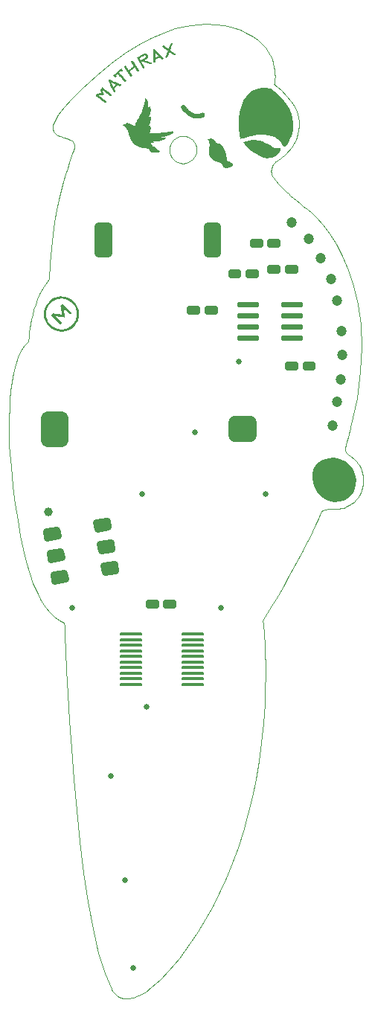
<source format=gts>
G04 EAGLE Gerber RS-274X export*
G75*
%MOMM*%
%FSLAX34Y34*%
%LPD*%
%INSolder Mask top*%
%IPPOS*%
%AMOC8*
5,1,8,0,0,1.08239X$1,22.5*%
G01*
%ADD10C,0.001000*%
%ADD11C,0.654800*%
%ADD12C,0.175000*%
%ADD13C,0.325000*%
%ADD14C,1.000000*%
%ADD15R,0.500000X0.500000*%
%ADD16R,0.200000X0.200000*%
%ADD17C,0.500000*%
%ADD18C,1.200000*%
%ADD19C,3.116000*%
%ADD20C,0.750000*%
%ADD21C,1.000000*%
%ADD22C,1.500000*%
%ADD23C,1.600000*%

G36*
X341992Y995262D02*
X341992Y995262D01*
X341992Y995263D01*
X341993Y995263D01*
X342555Y995484D01*
X343183Y995899D01*
X343879Y996535D01*
X343879Y996536D01*
X344645Y997421D01*
X344645Y997422D01*
X345485Y998585D01*
X345740Y998944D01*
X346415Y999990D01*
X347380Y1001678D01*
X347381Y1001678D01*
X348504Y1003960D01*
X348504Y1003961D01*
X349654Y1006792D01*
X350699Y1010126D01*
X351508Y1013916D01*
X351508Y1013917D01*
X351949Y1018117D01*
X351949Y1018118D01*
X351891Y1022683D01*
X351890Y1022683D01*
X351891Y1022684D01*
X351201Y1027567D01*
X349750Y1032723D01*
X349749Y1032723D01*
X347404Y1038104D01*
X347404Y1038105D01*
X344033Y1043666D01*
X339506Y1049361D01*
X339505Y1049361D01*
X339505Y1049362D01*
X333690Y1055144D01*
X333689Y1055144D01*
X326454Y1060968D01*
X326453Y1060968D01*
X326452Y1060969D01*
X325957Y1061084D01*
X324568Y1061340D01*
X322427Y1061601D01*
X322427Y1061600D01*
X322427Y1061601D01*
X319677Y1061730D01*
X319677Y1061729D01*
X319677Y1061730D01*
X316462Y1061591D01*
X316461Y1061591D01*
X312923Y1061049D01*
X309205Y1059969D01*
X309204Y1059968D01*
X305449Y1058212D01*
X305448Y1058212D01*
X301799Y1055645D01*
X301798Y1055645D01*
X298397Y1052131D01*
X298397Y1052130D01*
X295387Y1047533D01*
X292911Y1041717D01*
X292912Y1041717D01*
X292911Y1041717D01*
X291113Y1034547D01*
X291113Y1034546D01*
X290135Y1025886D01*
X290135Y1025885D01*
X290120Y1015598D01*
X291210Y1003548D01*
X291211Y1003548D01*
X291210Y1003548D01*
X291212Y1003547D01*
X291214Y1003544D01*
X291215Y1003545D01*
X291216Y1003545D01*
X291640Y1003704D01*
X292848Y1004134D01*
X294747Y1004761D01*
X297242Y1005513D01*
X300239Y1006316D01*
X303643Y1007097D01*
X307361Y1007782D01*
X311298Y1008300D01*
X315360Y1008577D01*
X319452Y1008540D01*
X323480Y1008115D01*
X327351Y1007230D01*
X330969Y1005812D01*
X334240Y1003788D01*
X337071Y1001084D01*
X339366Y997628D01*
X339383Y997563D01*
X339437Y997383D01*
X339529Y997118D01*
X339529Y997117D01*
X339663Y996794D01*
X339842Y996442D01*
X339842Y996441D01*
X340067Y996087D01*
X340067Y996086D01*
X340342Y995758D01*
X340342Y995757D01*
X340669Y995483D01*
X340670Y995482D01*
X341051Y995290D01*
X341052Y995290D01*
X341491Y995207D01*
X341492Y995207D01*
X341992Y995262D01*
G37*
G36*
X404286Y590885D02*
X404286Y590885D01*
X404287Y590885D01*
X408904Y592164D01*
X408905Y592164D01*
X413242Y594453D01*
X413242Y594454D01*
X416984Y597629D01*
X416984Y597630D01*
X416985Y597630D01*
X419892Y601442D01*
X419892Y601443D01*
X421942Y605750D01*
X421943Y605750D01*
X423115Y610410D01*
X423115Y610411D01*
X423388Y615282D01*
X423387Y615282D01*
X423388Y615282D01*
X422740Y620222D01*
X422739Y620223D01*
X421149Y625090D01*
X421148Y625091D01*
X418594Y629744D01*
X418593Y629744D01*
X418593Y629745D01*
X415207Y633755D01*
X415206Y633755D01*
X411236Y636823D01*
X411235Y636823D01*
X411235Y636824D01*
X406836Y638993D01*
X406835Y638994D01*
X402164Y640309D01*
X402163Y640308D01*
X402163Y640309D01*
X397374Y640813D01*
X397373Y640813D01*
X392622Y640551D01*
X392622Y640550D01*
X392621Y640551D01*
X388064Y639565D01*
X388063Y639565D01*
X383855Y637900D01*
X383854Y637900D01*
X379859Y635162D01*
X379859Y635161D01*
X379858Y635161D01*
X376833Y631555D01*
X376833Y631554D01*
X374767Y627276D01*
X374767Y627275D01*
X373652Y622518D01*
X373652Y622517D01*
X373477Y617478D01*
X373478Y617478D01*
X373477Y617478D01*
X374234Y612351D01*
X374235Y612351D01*
X374234Y612351D01*
X375912Y607332D01*
X375913Y607332D01*
X378502Y602617D01*
X378503Y602616D01*
X381872Y598515D01*
X385799Y595229D01*
X385799Y595228D01*
X390143Y592790D01*
X390144Y592790D01*
X390144Y592789D01*
X394766Y591231D01*
X394767Y591231D01*
X399527Y590585D01*
X404286Y590885D01*
G37*
G36*
X88324Y784512D02*
X88324Y784512D01*
X88324Y784511D01*
X89551Y784644D01*
X92140Y784925D01*
X92140Y784926D01*
X95832Y786071D01*
X95833Y786071D01*
X99289Y787946D01*
X99290Y787946D01*
X102395Y790549D01*
X102396Y790549D01*
X104920Y793718D01*
X104920Y793719D01*
X106707Y797220D01*
X106708Y797221D01*
X107760Y800940D01*
X108078Y804764D01*
X108078Y804765D01*
X107665Y808579D01*
X107664Y808580D01*
X107665Y808580D01*
X106520Y812271D01*
X106520Y812272D01*
X104646Y815727D01*
X104646Y815728D01*
X102044Y818832D01*
X102044Y818833D01*
X98874Y821358D01*
X98873Y821358D01*
X95372Y823146D01*
X95371Y823146D01*
X95371Y823147D01*
X91652Y824199D01*
X91651Y824199D01*
X89551Y824374D01*
X87827Y824518D01*
X87826Y824518D01*
X84012Y824104D01*
X84011Y824104D01*
X80320Y822959D01*
X80319Y822959D01*
X76864Y821085D01*
X76863Y821084D01*
X73757Y818481D01*
X71233Y815312D01*
X71233Y815311D01*
X69445Y811810D01*
X69445Y811809D01*
X68393Y808090D01*
X68393Y808089D01*
X68074Y804265D01*
X68074Y804264D01*
X68487Y800449D01*
X68488Y800449D01*
X68487Y800448D01*
X69631Y796756D01*
X69632Y796755D01*
X69631Y796755D01*
X71504Y793298D01*
X71505Y793298D01*
X71504Y793298D01*
X74105Y790191D01*
X77275Y787668D01*
X77276Y787668D01*
X77276Y787667D01*
X80778Y785881D01*
X80779Y785881D01*
X84498Y784829D01*
X84499Y784829D01*
X88324Y784511D01*
X88324Y784512D01*
G37*
G36*
X193766Y988079D02*
X193766Y988079D01*
X194754Y988161D01*
X195784Y988270D01*
X196843Y988379D01*
X196844Y988379D01*
X198302Y988592D01*
X198303Y988592D01*
X199247Y988882D01*
X199248Y988883D01*
X199778Y989218D01*
X199778Y989219D01*
X199779Y989219D01*
X199992Y989567D01*
X199992Y989568D01*
X199991Y989568D01*
X199992Y989569D01*
X199986Y989897D01*
X199986Y989898D01*
X199860Y990173D01*
X199859Y990173D01*
X199711Y990362D01*
X199640Y990433D01*
X198651Y991153D01*
X197663Y991874D01*
X196675Y992594D01*
X195686Y993315D01*
X194698Y994035D01*
X193710Y994756D01*
X192721Y995476D01*
X191733Y996196D01*
X191328Y996555D01*
X191000Y996938D01*
X190729Y997343D01*
X190493Y997772D01*
X190273Y998223D01*
X190047Y998697D01*
X190046Y998697D01*
X189794Y999194D01*
X189500Y999704D01*
X190033Y999577D01*
X190478Y999468D01*
X190831Y999377D01*
X191102Y999305D01*
X191298Y999251D01*
X191428Y999213D01*
X191500Y999190D01*
X191523Y999183D01*
X191705Y999159D01*
X191705Y999160D01*
X191705Y999159D01*
X192149Y999121D01*
X192149Y999122D01*
X192149Y999121D01*
X192705Y999118D01*
X192706Y999118D01*
X193224Y999198D01*
X193225Y999199D01*
X193225Y999198D01*
X193554Y999410D01*
X193555Y999413D01*
X193556Y999414D01*
X193545Y999806D01*
X193544Y999808D01*
X193545Y999809D01*
X193044Y1000431D01*
X193043Y1000432D01*
X191915Y1001323D01*
X194650Y1000857D01*
X194651Y1000856D01*
X197072Y1000798D01*
X197073Y1000798D01*
X199154Y1001044D01*
X200883Y1001485D01*
X202248Y1002016D01*
X203237Y1002528D01*
X203839Y1002914D01*
X204042Y1003066D01*
X205672Y1003840D01*
X205673Y1003840D01*
X206688Y1004432D01*
X206689Y1004433D01*
X207184Y1004865D01*
X207184Y1004867D01*
X207186Y1004868D01*
X207253Y1005162D01*
X207252Y1005165D01*
X207251Y1005167D01*
X206985Y1005346D01*
X206984Y1005346D01*
X206983Y1005347D01*
X206477Y1005431D01*
X206476Y1005431D01*
X205822Y1005444D01*
X205115Y1005406D01*
X204254Y1005376D01*
X203435Y1005416D01*
X202679Y1005506D01*
X202010Y1005625D01*
X201449Y1005753D01*
X201021Y1005870D01*
X200747Y1005955D01*
X200680Y1005978D01*
X202156Y1005909D01*
X203666Y1005999D01*
X205163Y1006232D01*
X206632Y1006586D01*
X206633Y1006586D01*
X208059Y1007042D01*
X209427Y1007580D01*
X209427Y1007581D01*
X210722Y1008181D01*
X211928Y1008823D01*
X213348Y1009702D01*
X213349Y1009702D01*
X214411Y1010507D01*
X215110Y1011211D01*
X215111Y1011211D01*
X215441Y1011787D01*
X215441Y1011789D01*
X215442Y1011790D01*
X215400Y1012210D01*
X215398Y1012212D01*
X215397Y1012214D01*
X214978Y1012452D01*
X214976Y1012452D01*
X214976Y1012453D01*
X214173Y1012482D01*
X214172Y1012482D01*
X212983Y1012276D01*
X212982Y1012276D01*
X210302Y1011743D01*
X207369Y1011328D01*
X204374Y1011016D01*
X201503Y1010794D01*
X198944Y1010646D01*
X196883Y1010558D01*
X195510Y1010516D01*
X195010Y1010505D01*
X192820Y1010488D01*
X191271Y1010379D01*
X190233Y1010210D01*
X189576Y1010014D01*
X189575Y1010014D01*
X189169Y1009824D01*
X189169Y1009823D01*
X188883Y1009671D01*
X188588Y1009589D01*
X188157Y1009609D01*
X188316Y1010024D01*
X188470Y1010467D01*
X188617Y1010934D01*
X188760Y1011430D01*
X188900Y1011956D01*
X189038Y1012517D01*
X189177Y1013114D01*
X189316Y1013752D01*
X189597Y1015277D01*
X189713Y1016468D01*
X189713Y1016469D01*
X189690Y1017353D01*
X189689Y1017354D01*
X189690Y1017354D01*
X189550Y1017960D01*
X189549Y1017960D01*
X189550Y1017961D01*
X189318Y1018315D01*
X189317Y1018315D01*
X189316Y1018316D01*
X189017Y1018445D01*
X189015Y1018444D01*
X189014Y1018445D01*
X188671Y1018376D01*
X188671Y1018375D01*
X188670Y1018375D01*
X188307Y1018135D01*
X187460Y1017431D01*
X186776Y1016921D01*
X186238Y1016572D01*
X185832Y1016356D01*
X185542Y1016240D01*
X185355Y1016196D01*
X185254Y1016191D01*
X185234Y1016194D01*
X185841Y1016581D01*
X185842Y1016581D01*
X186506Y1017197D01*
X187186Y1018038D01*
X187186Y1018039D01*
X187187Y1018039D01*
X187851Y1019108D01*
X187851Y1019109D01*
X188467Y1020410D01*
X189003Y1021946D01*
X189426Y1023718D01*
X189426Y1023719D01*
X189706Y1025731D01*
X189821Y1027715D01*
X189820Y1027716D01*
X189821Y1027716D01*
X189820Y1027716D01*
X189821Y1027716D01*
X189746Y1028872D01*
X189745Y1028873D01*
X189746Y1028873D01*
X189536Y1029375D01*
X189533Y1029377D01*
X189532Y1029378D01*
X189240Y1029399D01*
X189238Y1029398D01*
X189237Y1029398D01*
X188917Y1029113D01*
X188916Y1029112D01*
X188621Y1028693D01*
X188621Y1028692D01*
X188620Y1028692D01*
X188404Y1028314D01*
X188320Y1028149D01*
X187649Y1027338D01*
X187093Y1026769D01*
X186644Y1026400D01*
X186295Y1026190D01*
X186037Y1026099D01*
X185863Y1026084D01*
X185765Y1026105D01*
X185739Y1026119D01*
X187206Y1028171D01*
X187206Y1028172D01*
X188260Y1030230D01*
X188260Y1030231D01*
X188965Y1032206D01*
X188965Y1032207D01*
X189390Y1034014D01*
X189603Y1035568D01*
X189671Y1036784D01*
X189662Y1037576D01*
X189644Y1037859D01*
X189643Y1037859D01*
X189644Y1037859D01*
X189393Y1039416D01*
X189124Y1040426D01*
X189123Y1040427D01*
X188844Y1040972D01*
X188843Y1040973D01*
X188842Y1040974D01*
X188562Y1041134D01*
X188559Y1041134D01*
X188558Y1041134D01*
X188285Y1040991D01*
X188285Y1040990D01*
X188284Y1040990D01*
X188028Y1040624D01*
X188028Y1040623D01*
X187798Y1040114D01*
X187603Y1039544D01*
X187347Y1038859D01*
X187034Y1038231D01*
X186691Y1037672D01*
X186346Y1037190D01*
X186028Y1036797D01*
X185767Y1036503D01*
X185588Y1036319D01*
X185541Y1036273D01*
X186103Y1037403D01*
X186104Y1037403D01*
X186512Y1038617D01*
X186770Y1039873D01*
X186894Y1041152D01*
X186900Y1042435D01*
X186899Y1042435D01*
X186900Y1042435D01*
X186801Y1043703D01*
X186615Y1044937D01*
X186357Y1046117D01*
X185926Y1047549D01*
X185926Y1047550D01*
X185451Y1048673D01*
X185451Y1048674D01*
X184960Y1049476D01*
X184959Y1049476D01*
X184959Y1049477D01*
X184476Y1049944D01*
X184475Y1049944D01*
X184475Y1049945D01*
X184028Y1050064D01*
X184026Y1050063D01*
X184024Y1050063D01*
X183639Y1049820D01*
X183639Y1049819D01*
X183638Y1049818D01*
X183341Y1049200D01*
X183341Y1049199D01*
X183158Y1048191D01*
X183154Y1048159D01*
X183140Y1048070D01*
X183135Y1048036D01*
X183117Y1047913D01*
X183098Y1047789D01*
X183080Y1047666D01*
X183061Y1047543D01*
X183056Y1047509D01*
X183043Y1047420D01*
X183038Y1047386D01*
X183019Y1047262D01*
X183001Y1047139D01*
X182982Y1047016D01*
X182977Y1046982D01*
X182964Y1046893D01*
X182959Y1046859D01*
X182945Y1046769D01*
X182940Y1046735D01*
X182922Y1046612D01*
X182903Y1046489D01*
X182885Y1046366D01*
X182880Y1046332D01*
X182866Y1046242D01*
X182861Y1046208D01*
X182848Y1046119D01*
X182843Y1046085D01*
X182824Y1045962D01*
X182814Y1045895D01*
X182265Y1043446D01*
X181589Y1040985D01*
X180862Y1038654D01*
X180162Y1036594D01*
X179566Y1034948D01*
X179152Y1033856D01*
X178997Y1033460D01*
X177527Y1030321D01*
X176260Y1027880D01*
X175185Y1026023D01*
X174289Y1024635D01*
X173560Y1023600D01*
X172985Y1022803D01*
X172553Y1022128D01*
X172252Y1021461D01*
X172251Y1021461D01*
X172157Y1021155D01*
X172080Y1020842D01*
X172019Y1020525D01*
X171973Y1020207D01*
X171973Y1020206D01*
X171940Y1019889D01*
X171919Y1019577D01*
X171908Y1019271D01*
X171907Y1018977D01*
X171858Y1018888D01*
X171815Y1018807D01*
X171778Y1018736D01*
X171747Y1018677D01*
X171722Y1018629D01*
X171705Y1018594D01*
X171694Y1018572D01*
X171692Y1018568D01*
X171412Y1018697D01*
X171153Y1018798D01*
X171153Y1018799D01*
X170896Y1018890D01*
X170616Y1018993D01*
X170290Y1019126D01*
X169894Y1019309D01*
X169405Y1019564D01*
X168799Y1019910D01*
X168128Y1020304D01*
X167242Y1020775D01*
X167241Y1020775D01*
X166188Y1021241D01*
X165014Y1021621D01*
X163768Y1021833D01*
X163767Y1021832D01*
X163767Y1021833D01*
X162495Y1021795D01*
X162494Y1021795D01*
X161245Y1021427D01*
X161245Y1021426D01*
X161244Y1021426D01*
X160064Y1020647D01*
X160034Y1020627D01*
X159943Y1020572D01*
X159797Y1020489D01*
X159596Y1020384D01*
X159346Y1020265D01*
X159048Y1020138D01*
X158706Y1020011D01*
X158322Y1019889D01*
X157960Y1019771D01*
X157685Y1019656D01*
X157684Y1019656D01*
X157505Y1019542D01*
X157505Y1019541D01*
X157504Y1019541D01*
X157427Y1019424D01*
X157427Y1019422D01*
X157427Y1019421D01*
X157461Y1019300D01*
X157463Y1019299D01*
X157463Y1019298D01*
X157616Y1019170D01*
X157617Y1019170D01*
X157617Y1019169D01*
X157897Y1019032D01*
X158312Y1018882D01*
X158579Y1018785D01*
X158851Y1018671D01*
X159116Y1018549D01*
X159362Y1018429D01*
X159575Y1018319D01*
X159743Y1018228D01*
X159853Y1018168D01*
X159892Y1018146D01*
X160526Y1017636D01*
X161157Y1017008D01*
X161778Y1016260D01*
X162383Y1015388D01*
X162964Y1014389D01*
X163513Y1013260D01*
X164024Y1011998D01*
X164490Y1010599D01*
X164539Y1010353D01*
X164696Y1009666D01*
X164971Y1008619D01*
X165372Y1007292D01*
X165912Y1005766D01*
X165912Y1005765D01*
X166600Y1004120D01*
X167447Y1002435D01*
X167447Y1002434D01*
X168462Y1000790D01*
X168565Y1000628D01*
X168879Y1000184D01*
X169417Y999518D01*
X170190Y998692D01*
X171208Y997767D01*
X172483Y996805D01*
X172484Y996805D01*
X174027Y995867D01*
X175850Y995015D01*
X175850Y995014D01*
X176772Y994651D01*
X177506Y994376D01*
X178127Y994168D01*
X178707Y994003D01*
X179318Y993860D01*
X179319Y993860D01*
X180034Y993716D01*
X180927Y993548D01*
X182070Y993333D01*
X182631Y993248D01*
X182632Y993248D01*
X183339Y993163D01*
X184141Y993078D01*
X184987Y992993D01*
X185826Y992908D01*
X186605Y992824D01*
X187276Y992741D01*
X187782Y992659D01*
X187789Y992587D01*
X187826Y992374D01*
X187826Y992373D01*
X187914Y992036D01*
X187915Y992036D01*
X187914Y992035D01*
X188076Y991588D01*
X188331Y991046D01*
X188332Y991046D01*
X188704Y990425D01*
X188704Y990424D01*
X189214Y989738D01*
X189214Y989737D01*
X189884Y989001D01*
X189885Y989001D01*
X189885Y989000D01*
X190479Y988551D01*
X190480Y988551D01*
X190480Y988550D01*
X191177Y988260D01*
X191178Y988260D01*
X191966Y988102D01*
X191966Y988103D01*
X191966Y988102D01*
X192833Y988051D01*
X193766Y988079D01*
G37*
%LPC*%
G36*
X86609Y787074D02*
X86609Y787074D01*
X84942Y787293D01*
X83298Y787672D01*
X81690Y788212D01*
X80130Y788913D01*
X78629Y789775D01*
X77200Y790799D01*
X75854Y791985D01*
X74635Y793300D01*
X73576Y794703D01*
X72676Y796182D01*
X71936Y797725D01*
X71356Y799320D01*
X70935Y800955D01*
X70673Y802617D01*
X70571Y804295D01*
X70632Y805976D01*
X70853Y807645D01*
X71233Y809289D01*
X71774Y810899D01*
X72475Y812460D01*
X73338Y813961D01*
X74362Y815390D01*
X75548Y816735D01*
X76862Y817953D01*
X78265Y819012D01*
X79743Y819911D01*
X81287Y820651D01*
X82882Y821232D01*
X84517Y821652D01*
X86179Y821914D01*
X87858Y822015D01*
X89536Y821954D01*
X89550Y821952D01*
X91204Y821734D01*
X92848Y821354D01*
X94457Y820814D01*
X96018Y820113D01*
X97520Y819251D01*
X98949Y818227D01*
X100295Y817042D01*
X101514Y815727D01*
X102574Y814323D01*
X103472Y812844D01*
X104212Y811300D01*
X104791Y809706D01*
X105211Y808072D01*
X105471Y806412D01*
X105571Y804736D01*
X105512Y803055D01*
X105293Y801387D01*
X104913Y799742D01*
X104373Y798132D01*
X103673Y796570D01*
X102811Y795068D01*
X101788Y793638D01*
X100605Y792291D01*
X99288Y791074D01*
X97884Y790017D01*
X96404Y789119D01*
X94859Y788380D01*
X93264Y787800D01*
X91628Y787379D01*
X89966Y787117D01*
X89550Y787092D01*
X88288Y787015D01*
X86609Y787074D01*
G37*
%LPD*%
G36*
X325258Y981965D02*
X325258Y981965D01*
X325259Y981965D01*
X328343Y982697D01*
X328344Y982698D01*
X331345Y984183D01*
X331345Y984184D01*
X331416Y984230D01*
X331416Y984231D01*
X331616Y984368D01*
X331927Y984593D01*
X332331Y984899D01*
X332808Y985284D01*
X333341Y985741D01*
X333911Y986268D01*
X334499Y986859D01*
X335088Y987511D01*
X335658Y988218D01*
X335658Y988219D01*
X336191Y988977D01*
X336191Y988978D01*
X336669Y989784D01*
X337073Y990633D01*
X337074Y990633D01*
X337385Y991520D01*
X337386Y991520D01*
X337587Y992441D01*
X337586Y992441D01*
X337587Y992442D01*
X337659Y993392D01*
X337659Y993393D01*
X337658Y993394D01*
X337655Y993397D01*
X337655Y993396D01*
X337654Y993396D01*
X337654Y993397D01*
X337616Y993390D01*
X337507Y993370D01*
X337331Y993341D01*
X337096Y993303D01*
X336806Y993260D01*
X336468Y993213D01*
X336087Y993164D01*
X335670Y993116D01*
X335221Y993070D01*
X334747Y993030D01*
X334254Y992996D01*
X333748Y992972D01*
X333233Y992959D01*
X332717Y992960D01*
X332205Y992977D01*
X331702Y993011D01*
X331072Y993220D01*
X330174Y993718D01*
X329015Y994449D01*
X327608Y995359D01*
X325960Y996391D01*
X324081Y997491D01*
X321982Y998604D01*
X321981Y998604D01*
X319670Y999672D01*
X317156Y1000643D01*
X314449Y1001459D01*
X311559Y1002066D01*
X311558Y1002066D01*
X308494Y1002409D01*
X308494Y1002408D01*
X308494Y1002409D01*
X305266Y1002431D01*
X305265Y1002431D01*
X301881Y1002078D01*
X298352Y1001294D01*
X298351Y1001294D01*
X294686Y1000025D01*
X294686Y1000024D01*
X294685Y1000024D01*
X294685Y1000023D01*
X294683Y1000020D01*
X294684Y1000019D01*
X294684Y1000018D01*
X294923Y999729D01*
X295615Y998924D01*
X296721Y997692D01*
X298203Y996124D01*
X300022Y994312D01*
X302140Y992346D01*
X302141Y992346D01*
X304520Y990317D01*
X307122Y988315D01*
X309907Y986432D01*
X309908Y986432D01*
X312839Y984757D01*
X312840Y984757D01*
X315878Y983383D01*
X315879Y983383D01*
X318987Y982399D01*
X322126Y981896D01*
X322127Y981896D01*
X325258Y981965D01*
G37*
G36*
X275476Y970682D02*
X275476Y970682D01*
X275699Y970692D01*
X275925Y970713D01*
X276151Y970720D01*
X276152Y970720D01*
X276450Y970739D01*
X276451Y970739D01*
X276819Y970776D01*
X277252Y970841D01*
X277748Y970940D01*
X278302Y971082D01*
X278302Y971083D01*
X278302Y971082D01*
X278911Y971276D01*
X279571Y971529D01*
X279629Y971541D01*
X279686Y971553D01*
X279740Y971566D01*
X279794Y971580D01*
X279846Y971595D01*
X279897Y971611D01*
X279948Y971628D01*
X279999Y971646D01*
X279999Y971647D01*
X279999Y971646D01*
X280800Y971971D01*
X280800Y971972D01*
X281480Y972319D01*
X282037Y972687D01*
X282038Y972688D01*
X282473Y973078D01*
X282474Y973078D01*
X282787Y973489D01*
X282787Y973490D01*
X282788Y973490D01*
X282978Y973922D01*
X282978Y973923D01*
X282979Y973923D01*
X282997Y974047D01*
X282999Y974055D01*
X283025Y974230D01*
X283026Y974238D01*
X283047Y974375D01*
X283046Y974376D01*
X283047Y974376D01*
X282992Y974848D01*
X282992Y974849D01*
X282981Y974895D01*
X282968Y974942D01*
X282954Y974990D01*
X282938Y975039D01*
X282920Y975088D01*
X282901Y975136D01*
X282901Y975137D01*
X282880Y975185D01*
X282857Y975232D01*
X282593Y975684D01*
X282593Y975685D01*
X282202Y976140D01*
X282201Y976140D01*
X282201Y976141D01*
X281681Y976599D01*
X281031Y977061D01*
X281030Y977061D01*
X281030Y977062D01*
X280249Y977528D01*
X279334Y977998D01*
X279334Y977999D01*
X278285Y978474D01*
X277102Y978954D01*
X277076Y978965D01*
X277051Y978975D01*
X277025Y978985D01*
X277000Y978996D01*
X276975Y979006D01*
X276924Y979027D01*
X276899Y979037D01*
X276693Y979146D01*
X276528Y979279D01*
X276399Y979425D01*
X276302Y979573D01*
X276233Y979710D01*
X276189Y979825D01*
X276165Y979907D01*
X276157Y979944D01*
X275479Y986280D01*
X275479Y986281D01*
X274087Y991039D01*
X274087Y991040D01*
X272228Y994446D01*
X270151Y996726D01*
X270150Y996726D01*
X270150Y996727D01*
X268103Y998106D01*
X268102Y998106D01*
X268102Y998107D01*
X266333Y998812D01*
X266332Y998812D01*
X265089Y999070D01*
X265088Y999069D01*
X265088Y999070D01*
X264620Y999105D01*
X264475Y999278D01*
X264327Y999458D01*
X264176Y999644D01*
X264023Y999836D01*
X263870Y1000033D01*
X263716Y1000236D01*
X263562Y1000443D01*
X263409Y1000654D01*
X263149Y1001024D01*
X262815Y1001472D01*
X262408Y1001966D01*
X261931Y1002478D01*
X261930Y1002478D01*
X261384Y1002976D01*
X260771Y1003431D01*
X260094Y1003812D01*
X260093Y1003812D01*
X259353Y1004090D01*
X259352Y1004090D01*
X259056Y1004162D01*
X258759Y1004211D01*
X258463Y1004239D01*
X258167Y1004245D01*
X258166Y1004245D01*
X257871Y1004228D01*
X257870Y1004228D01*
X257575Y1004189D01*
X257281Y1004128D01*
X257280Y1004128D01*
X256987Y1004045D01*
X256986Y1004044D01*
X256985Y1004045D01*
X256958Y1004026D01*
X256957Y1004026D01*
X256890Y1003976D01*
X256786Y1003907D01*
X256649Y1003830D01*
X256483Y1003758D01*
X256291Y1003701D01*
X256077Y1003673D01*
X255844Y1003684D01*
X255671Y1003704D01*
X255479Y1003720D01*
X255278Y1003723D01*
X255277Y1003723D01*
X255076Y1003705D01*
X255075Y1003704D01*
X255075Y1003705D01*
X254881Y1003658D01*
X254881Y1003657D01*
X254880Y1003657D01*
X254703Y1003573D01*
X254702Y1003573D01*
X254550Y1003444D01*
X254550Y1003443D01*
X254549Y1003443D01*
X254431Y1003262D01*
X254431Y1003261D01*
X254371Y1003067D01*
X254372Y1003066D01*
X254371Y1003066D01*
X254375Y1002909D01*
X254376Y1002908D01*
X254375Y1002907D01*
X254431Y1002779D01*
X254431Y1002778D01*
X254525Y1002672D01*
X254526Y1002672D01*
X254526Y1002671D01*
X254645Y1002579D01*
X254646Y1002579D01*
X254779Y1002494D01*
X254913Y1002407D01*
X255035Y1002312D01*
X255166Y1002187D01*
X255298Y1002047D01*
X255425Y1001903D01*
X255542Y1001763D01*
X255643Y1001637D01*
X255722Y1001534D01*
X255775Y1001465D01*
X255795Y1001438D01*
X256067Y1000892D01*
X256290Y1000274D01*
X256461Y999588D01*
X256581Y998840D01*
X256647Y998034D01*
X256660Y997177D01*
X256619Y996274D01*
X256522Y995329D01*
X256512Y995232D01*
X256499Y995132D01*
X256485Y995027D01*
X256470Y994918D01*
X256453Y994805D01*
X256434Y994689D01*
X256415Y994570D01*
X256394Y994447D01*
X256166Y992858D01*
X255997Y990921D01*
X256016Y988753D01*
X256016Y988752D01*
X256351Y986467D01*
X256351Y986466D01*
X257132Y984180D01*
X257132Y984179D01*
X258487Y982007D01*
X258488Y982007D01*
X258488Y982006D01*
X260547Y980063D01*
X263438Y978464D01*
X263439Y978465D01*
X263439Y978464D01*
X263608Y978397D01*
X263990Y978248D01*
X264542Y978038D01*
X265223Y977786D01*
X265991Y977510D01*
X266803Y977230D01*
X267618Y976965D01*
X268393Y976735D01*
X269366Y976362D01*
X270130Y975884D01*
X270710Y975346D01*
X271130Y974795D01*
X271416Y974277D01*
X271591Y973839D01*
X271682Y973525D01*
X271711Y973382D01*
X271712Y973382D01*
X271711Y973382D01*
X271863Y972917D01*
X272066Y972490D01*
X272317Y972103D01*
X272614Y971758D01*
X272614Y971757D01*
X272954Y971457D01*
X272954Y971456D01*
X273334Y971202D01*
X273334Y971201D01*
X273752Y970994D01*
X274205Y970837D01*
X274407Y970785D01*
X274408Y970785D01*
X274614Y970744D01*
X274614Y970743D01*
X274824Y970712D01*
X274824Y970713D01*
X274824Y970712D01*
X275038Y970692D01*
X275255Y970681D01*
X275256Y970682D01*
X275256Y970681D01*
X275476Y970682D01*
G37*
G36*
X243286Y1027056D02*
X243286Y1027056D01*
X243705Y1027073D01*
X244126Y1027102D01*
X244127Y1027102D01*
X244551Y1027142D01*
X244978Y1027195D01*
X245407Y1027259D01*
X245838Y1027336D01*
X246271Y1027425D01*
X246706Y1027527D01*
X247142Y1027642D01*
X247143Y1027642D01*
X247580Y1027769D01*
X248019Y1027909D01*
X248458Y1028063D01*
X248898Y1028230D01*
X248899Y1028230D01*
X249339Y1028410D01*
X249780Y1028604D01*
X249781Y1028604D01*
X250021Y1028729D01*
X250022Y1028729D01*
X250244Y1028874D01*
X250245Y1028874D01*
X250448Y1029038D01*
X250449Y1029038D01*
X250633Y1029220D01*
X250798Y1029417D01*
X250941Y1029627D01*
X250941Y1029628D01*
X250942Y1029628D01*
X251064Y1029850D01*
X251064Y1029851D01*
X251164Y1030083D01*
X251164Y1030084D01*
X251242Y1030325D01*
X251297Y1030573D01*
X251297Y1030574D01*
X251327Y1030827D01*
X251333Y1031083D01*
X251333Y1031084D01*
X251314Y1031342D01*
X251270Y1031600D01*
X251269Y1031600D01*
X251270Y1031600D01*
X251199Y1031856D01*
X251198Y1031856D01*
X251100Y1032108D01*
X251100Y1032109D01*
X250974Y1032349D01*
X250974Y1032350D01*
X250828Y1032573D01*
X250663Y1032777D01*
X250662Y1032777D01*
X250480Y1032962D01*
X250283Y1033127D01*
X250282Y1033127D01*
X250071Y1033271D01*
X249848Y1033394D01*
X249615Y1033495D01*
X249614Y1033495D01*
X249373Y1033573D01*
X249125Y1033627D01*
X249124Y1033627D01*
X248871Y1033658D01*
X248614Y1033664D01*
X248614Y1033663D01*
X248614Y1033664D01*
X248356Y1033644D01*
X248098Y1033599D01*
X248098Y1033598D01*
X248098Y1033599D01*
X247842Y1033526D01*
X247590Y1033427D01*
X247589Y1033427D01*
X247270Y1033287D01*
X246955Y1033158D01*
X246643Y1033039D01*
X246335Y1032931D01*
X246030Y1032834D01*
X245729Y1032746D01*
X245430Y1032668D01*
X245135Y1032599D01*
X244843Y1032539D01*
X244553Y1032488D01*
X244266Y1032445D01*
X243982Y1032411D01*
X243701Y1032384D01*
X243421Y1032365D01*
X243144Y1032353D01*
X242870Y1032349D01*
X242175Y1032369D01*
X241487Y1032436D01*
X240806Y1032548D01*
X240133Y1032701D01*
X239469Y1032893D01*
X238816Y1033121D01*
X238174Y1033382D01*
X237545Y1033673D01*
X236928Y1033992D01*
X236326Y1034336D01*
X235739Y1034701D01*
X235169Y1035086D01*
X234616Y1035487D01*
X234081Y1035901D01*
X233566Y1036326D01*
X233071Y1036759D01*
X232834Y1036974D01*
X232603Y1037189D01*
X232378Y1037403D01*
X232159Y1037617D01*
X231946Y1037829D01*
X231740Y1038040D01*
X231541Y1038248D01*
X231348Y1038454D01*
X231162Y1038656D01*
X230983Y1038855D01*
X230810Y1039049D01*
X230645Y1039238D01*
X230487Y1039423D01*
X230336Y1039601D01*
X230193Y1039773D01*
X230057Y1039938D01*
X229931Y1040097D01*
X229813Y1040248D01*
X229704Y1040389D01*
X229603Y1040521D01*
X229512Y1040643D01*
X229428Y1040756D01*
X229353Y1040859D01*
X229287Y1040952D01*
X229228Y1041035D01*
X229177Y1041108D01*
X229134Y1041169D01*
X229099Y1041220D01*
X229072Y1041261D01*
X229052Y1041289D01*
X229039Y1041307D01*
X229034Y1041313D01*
X228875Y1041532D01*
X228874Y1041532D01*
X228697Y1041731D01*
X228504Y1041908D01*
X228296Y1042063D01*
X228076Y1042196D01*
X227846Y1042307D01*
X227845Y1042307D01*
X227606Y1042394D01*
X227360Y1042458D01*
X227360Y1042459D01*
X227109Y1042499D01*
X226855Y1042515D01*
X226854Y1042515D01*
X226599Y1042507D01*
X226344Y1042474D01*
X226344Y1042473D01*
X226344Y1042474D01*
X226091Y1042415D01*
X225843Y1042331D01*
X225601Y1042221D01*
X225601Y1042220D01*
X225600Y1042220D01*
X225366Y1042084D01*
X225147Y1041925D01*
X225147Y1041924D01*
X224949Y1041747D01*
X224948Y1041747D01*
X224772Y1041554D01*
X224771Y1041554D01*
X224617Y1041346D01*
X224616Y1041346D01*
X224483Y1041126D01*
X224373Y1040895D01*
X224285Y1040656D01*
X224221Y1040410D01*
X224181Y1040159D01*
X224181Y1040158D01*
X224180Y1040158D01*
X224164Y1039904D01*
X224172Y1039649D01*
X224172Y1039648D01*
X224205Y1039394D01*
X224206Y1039393D01*
X224205Y1039393D01*
X224264Y1039141D01*
X224348Y1038893D01*
X224348Y1038892D01*
X224458Y1038650D01*
X224595Y1038416D01*
X224712Y1038272D01*
X224976Y1037905D01*
X225385Y1037346D01*
X225938Y1036628D01*
X226631Y1035781D01*
X227463Y1034837D01*
X228430Y1033829D01*
X228431Y1033829D01*
X229532Y1032787D01*
X230764Y1031743D01*
X230765Y1031743D01*
X232126Y1030730D01*
X233614Y1029778D01*
X235226Y1028919D01*
X236960Y1028185D01*
X238813Y1027608D01*
X238814Y1027608D01*
X240784Y1027219D01*
X242869Y1027050D01*
X242870Y1027050D01*
X243286Y1027056D01*
G37*
G36*
X86912Y792769D02*
X86912Y792769D01*
X86947Y792774D01*
X86948Y792774D01*
X86982Y792783D01*
X87015Y792796D01*
X87046Y792811D01*
X87046Y792812D01*
X87046Y792811D01*
X87076Y792830D01*
X87104Y792851D01*
X87130Y792874D01*
X87130Y792875D01*
X87320Y793069D01*
X87510Y793263D01*
X87700Y793457D01*
X87890Y793651D01*
X88080Y793846D01*
X88270Y794040D01*
X88460Y794234D01*
X88649Y794429D01*
X88650Y794429D01*
X88674Y794458D01*
X88695Y794488D01*
X88713Y794518D01*
X88713Y794519D01*
X88728Y794551D01*
X88739Y794583D01*
X88739Y794584D01*
X88747Y794617D01*
X88748Y794617D01*
X88752Y794651D01*
X88754Y794686D01*
X88752Y794725D01*
X88747Y794762D01*
X88738Y794797D01*
X88738Y794798D01*
X88726Y794831D01*
X88726Y794832D01*
X88710Y794864D01*
X88691Y794895D01*
X88668Y794924D01*
X88643Y794951D01*
X87721Y795850D01*
X86800Y796749D01*
X85878Y797649D01*
X84956Y798548D01*
X84035Y799447D01*
X83113Y800346D01*
X82192Y801245D01*
X81279Y802135D01*
X82558Y801951D01*
X83850Y801765D01*
X85142Y801579D01*
X86434Y801393D01*
X87726Y801207D01*
X89018Y801021D01*
X90310Y800835D01*
X91602Y800649D01*
X91646Y800644D01*
X91690Y800645D01*
X91732Y800650D01*
X91733Y800651D01*
X91733Y800650D01*
X91774Y800661D01*
X91813Y800677D01*
X91814Y800677D01*
X91850Y800696D01*
X91851Y800696D01*
X91885Y800719D01*
X91885Y800720D01*
X91915Y800747D01*
X91916Y800747D01*
X91945Y800782D01*
X91970Y800819D01*
X91970Y800820D01*
X91991Y800858D01*
X91990Y800859D01*
X91991Y800859D01*
X92007Y800899D01*
X92018Y800940D01*
X92018Y800941D01*
X92024Y800983D01*
X92025Y801025D01*
X92025Y801026D01*
X92020Y801067D01*
X91808Y802352D01*
X91595Y803637D01*
X91383Y804922D01*
X90958Y807492D01*
X90746Y808777D01*
X90534Y810062D01*
X90323Y811335D01*
X91231Y810449D01*
X92148Y809554D01*
X93065Y808659D01*
X93981Y807764D01*
X94898Y806869D01*
X96732Y805080D01*
X97649Y804185D01*
X97677Y804160D01*
X97706Y804139D01*
X97707Y804139D01*
X97737Y804121D01*
X97738Y804121D01*
X97769Y804106D01*
X97770Y804107D01*
X97770Y804106D01*
X97803Y804095D01*
X97804Y804095D01*
X97838Y804087D01*
X97839Y804087D01*
X97875Y804082D01*
X97876Y804082D01*
X97914Y804080D01*
X97950Y804083D01*
X97985Y804090D01*
X97986Y804090D01*
X98020Y804100D01*
X98053Y804112D01*
X98053Y804113D01*
X98085Y804128D01*
X98116Y804147D01*
X98144Y804168D01*
X98171Y804191D01*
X98171Y804192D01*
X98172Y804192D01*
X98360Y804386D01*
X98549Y804579D01*
X98926Y804967D01*
X99115Y805161D01*
X99303Y805354D01*
X99492Y805548D01*
X99681Y805742D01*
X99706Y805770D01*
X99706Y805771D01*
X99707Y805771D01*
X99729Y805800D01*
X99729Y805801D01*
X99748Y805832D01*
X99764Y805865D01*
X99776Y805898D01*
X99776Y805899D01*
X99785Y805933D01*
X99790Y805968D01*
X99792Y806003D01*
X99792Y806004D01*
X99788Y806041D01*
X99782Y806077D01*
X99781Y806077D01*
X99782Y806077D01*
X99772Y806112D01*
X99759Y806145D01*
X99759Y806146D01*
X99744Y806178D01*
X99725Y806209D01*
X99703Y806238D01*
X99677Y806265D01*
X98434Y807477D01*
X97191Y808689D01*
X95947Y809902D01*
X94704Y811114D01*
X93461Y812326D01*
X92218Y813538D01*
X90974Y814750D01*
X89731Y815963D01*
X89634Y816042D01*
X89633Y816042D01*
X89524Y816100D01*
X89407Y816136D01*
X89406Y816136D01*
X89286Y816150D01*
X89286Y816149D01*
X89285Y816150D01*
X89164Y816139D01*
X89163Y816139D01*
X89045Y816105D01*
X89044Y816104D01*
X88932Y816045D01*
X88931Y816045D01*
X88829Y815959D01*
X88801Y815930D01*
X88773Y815901D01*
X88745Y815873D01*
X88717Y815844D01*
X88689Y815815D01*
X88661Y815786D01*
X88634Y815757D01*
X88606Y815728D01*
X88421Y815539D01*
X88236Y815350D01*
X88051Y815161D01*
X87866Y814972D01*
X87682Y814783D01*
X87497Y814594D01*
X87312Y814405D01*
X87128Y814216D01*
X87127Y814216D01*
X87101Y814183D01*
X87078Y814148D01*
X87059Y814111D01*
X87059Y814110D01*
X87044Y814071D01*
X87033Y814030D01*
X87026Y813989D01*
X87026Y813988D01*
X87022Y813946D01*
X87023Y813946D01*
X87022Y813946D01*
X87023Y813903D01*
X87023Y813902D01*
X87229Y812653D01*
X87436Y811404D01*
X87642Y810154D01*
X87848Y808905D01*
X88054Y807656D01*
X88261Y806407D01*
X88467Y805157D01*
X88672Y803914D01*
X87427Y804091D01*
X86176Y804269D01*
X84925Y804447D01*
X83674Y804624D01*
X82423Y804802D01*
X81172Y804980D01*
X79921Y805158D01*
X78670Y805336D01*
X78669Y805336D01*
X78626Y805336D01*
X78625Y805336D01*
X78582Y805333D01*
X78540Y805325D01*
X78539Y805325D01*
X78499Y805313D01*
X78460Y805297D01*
X78460Y805296D01*
X78459Y805297D01*
X78423Y805277D01*
X78423Y805276D01*
X78422Y805276D01*
X78388Y805252D01*
X78357Y805224D01*
X78356Y805224D01*
X78316Y805182D01*
X78203Y805067D01*
X78035Y804893D01*
X77825Y804677D01*
X77589Y804434D01*
X77342Y804181D01*
X77099Y803931D01*
X76875Y803702D01*
X76848Y803673D01*
X76820Y803645D01*
X76792Y803616D01*
X76765Y803588D01*
X76737Y803559D01*
X76710Y803531D01*
X76682Y803503D01*
X76655Y803474D01*
X76654Y803474D01*
X76572Y803370D01*
X76572Y803369D01*
X76571Y803369D01*
X76514Y803256D01*
X76514Y803255D01*
X76481Y803136D01*
X76473Y803015D01*
X76473Y803014D01*
X76488Y802894D01*
X76488Y802893D01*
X76526Y802777D01*
X76586Y802669D01*
X76587Y802669D01*
X76668Y802573D01*
X76669Y802573D01*
X76669Y802572D01*
X77912Y801360D01*
X79155Y800147D01*
X80398Y798934D01*
X81641Y797722D01*
X82885Y796509D01*
X84128Y795296D01*
X85371Y794083D01*
X86614Y792871D01*
X86642Y792847D01*
X86643Y792847D01*
X86643Y792846D01*
X86672Y792825D01*
X86703Y792807D01*
X86704Y792807D01*
X86736Y792793D01*
X86769Y792781D01*
X86769Y792782D01*
X86770Y792781D01*
X86804Y792773D01*
X86839Y792768D01*
X86840Y792768D01*
X86876Y792767D01*
X86912Y792769D01*
G37*
G36*
X181085Y1083975D02*
X181085Y1083975D01*
X181308Y1084011D01*
X181309Y1084011D01*
X181558Y1084095D01*
X181558Y1084096D01*
X181558Y1084095D01*
X181834Y1084229D01*
X181835Y1084229D01*
X182100Y1084390D01*
X182308Y1084554D01*
X182308Y1084555D01*
X182461Y1084724D01*
X182561Y1084897D01*
X182561Y1084898D01*
X182611Y1085076D01*
X182610Y1085076D01*
X182611Y1085077D01*
X182613Y1085259D01*
X182613Y1085260D01*
X182570Y1085447D01*
X182570Y1085448D01*
X182484Y1085640D01*
X182073Y1086398D01*
X181662Y1087155D01*
X181250Y1087913D01*
X180839Y1088670D01*
X180428Y1089428D01*
X180017Y1090185D01*
X179605Y1090943D01*
X179196Y1091697D01*
X179254Y1091729D01*
X179316Y1091763D01*
X179378Y1091798D01*
X179440Y1091832D01*
X179502Y1091867D01*
X179564Y1091901D01*
X179626Y1091935D01*
X179687Y1091969D01*
X180631Y1091654D01*
X180869Y1091574D01*
X182054Y1091179D01*
X183238Y1090784D01*
X184422Y1090388D01*
X185606Y1089993D01*
X186791Y1089598D01*
X187975Y1089202D01*
X189159Y1088807D01*
X189301Y1088762D01*
X189301Y1088761D01*
X189445Y1088727D01*
X189445Y1088726D01*
X189591Y1088705D01*
X189740Y1088698D01*
X189740Y1088699D01*
X189740Y1088698D01*
X189891Y1088709D01*
X189891Y1088710D01*
X190045Y1088740D01*
X190046Y1088740D01*
X190203Y1088793D01*
X190204Y1088793D01*
X190365Y1088869D01*
X190365Y1088870D01*
X190579Y1089004D01*
X190579Y1089005D01*
X190580Y1089005D01*
X190764Y1089159D01*
X190765Y1089159D01*
X190917Y1089328D01*
X191033Y1089507D01*
X191032Y1089508D01*
X191033Y1089508D01*
X191108Y1089692D01*
X191108Y1089693D01*
X191140Y1089880D01*
X191139Y1089880D01*
X191140Y1089881D01*
X191124Y1090065D01*
X191123Y1090065D01*
X191123Y1090066D01*
X191056Y1090242D01*
X191055Y1090243D01*
X190980Y1090351D01*
X190979Y1090351D01*
X190979Y1090352D01*
X190879Y1090446D01*
X190759Y1090528D01*
X190625Y1090600D01*
X190482Y1090663D01*
X190334Y1090718D01*
X190186Y1090768D01*
X190044Y1090813D01*
X189078Y1091137D01*
X188112Y1091461D01*
X187146Y1091785D01*
X186180Y1092109D01*
X185214Y1092433D01*
X184249Y1092756D01*
X183283Y1093080D01*
X182326Y1093401D01*
X182567Y1093532D01*
X182817Y1093668D01*
X183067Y1093803D01*
X183316Y1093939D01*
X183566Y1094074D01*
X183816Y1094210D01*
X184066Y1094346D01*
X184316Y1094481D01*
X184316Y1094482D01*
X184316Y1094481D01*
X184940Y1094869D01*
X184940Y1094870D01*
X184941Y1094870D01*
X185503Y1095318D01*
X185983Y1095815D01*
X185983Y1095816D01*
X185984Y1095816D01*
X186363Y1096352D01*
X186363Y1096353D01*
X186622Y1096917D01*
X186622Y1096918D01*
X186741Y1097499D01*
X186741Y1097500D01*
X186702Y1098088D01*
X186701Y1098089D01*
X186484Y1098673D01*
X186409Y1098814D01*
X186258Y1099094D01*
X186183Y1099235D01*
X186107Y1099375D01*
X186032Y1099515D01*
X185956Y1099656D01*
X185881Y1099796D01*
X185881Y1099797D01*
X185521Y1100272D01*
X185520Y1100272D01*
X185050Y1100616D01*
X185049Y1100617D01*
X184492Y1100836D01*
X184491Y1100836D01*
X183868Y1100937D01*
X183867Y1100937D01*
X183201Y1100927D01*
X183200Y1100927D01*
X182512Y1100812D01*
X182512Y1100811D01*
X181826Y1100597D01*
X181825Y1100597D01*
X181163Y1100291D01*
X181163Y1100290D01*
X181162Y1100291D01*
X180250Y1099795D01*
X179338Y1099299D01*
X178426Y1098804D01*
X177514Y1098308D01*
X177137Y1098103D01*
X176602Y1097812D01*
X175690Y1097316D01*
X174778Y1096821D01*
X173866Y1096325D01*
X173865Y1096323D01*
X173863Y1096322D01*
X173864Y1096321D01*
X173864Y1096320D01*
X173864Y1096319D01*
X174668Y1094836D01*
X175473Y1093353D01*
X176277Y1091870D01*
X177081Y1090387D01*
X177886Y1088904D01*
X178690Y1087421D01*
X179495Y1085938D01*
X180299Y1084455D01*
X180299Y1084454D01*
X180417Y1084277D01*
X180417Y1084276D01*
X180552Y1084138D01*
X180553Y1084138D01*
X180708Y1084040D01*
X180709Y1084040D01*
X180885Y1083985D01*
X180885Y1083986D01*
X180886Y1083985D01*
X181084Y1083975D01*
X181085Y1083975D01*
G37*
G36*
X138395Y1044592D02*
X138395Y1044592D01*
X138396Y1044592D01*
X138581Y1044663D01*
X138582Y1044664D01*
X138772Y1044787D01*
X138772Y1044788D01*
X138967Y1044966D01*
X138968Y1044966D01*
X139169Y1045200D01*
X139169Y1045201D01*
X139344Y1045454D01*
X139345Y1045454D01*
X139467Y1045688D01*
X139467Y1045689D01*
X139538Y1045905D01*
X139537Y1045905D01*
X139538Y1045905D01*
X139559Y1046103D01*
X139559Y1046104D01*
X139533Y1046286D01*
X139532Y1046286D01*
X139532Y1046287D01*
X139460Y1046453D01*
X139460Y1046454D01*
X139344Y1046606D01*
X139343Y1046607D01*
X139185Y1046746D01*
X138104Y1047578D01*
X137023Y1048410D01*
X135942Y1049241D01*
X134862Y1050073D01*
X133781Y1050904D01*
X132700Y1051736D01*
X131619Y1052567D01*
X130542Y1053396D01*
X130543Y1053397D01*
X130555Y1053410D01*
X130556Y1053410D01*
X130560Y1053414D01*
X130564Y1053418D01*
X130569Y1053423D01*
X130572Y1053426D01*
X131007Y1053460D01*
X131444Y1053495D01*
X131881Y1053529D01*
X132319Y1053564D01*
X132756Y1053598D01*
X133193Y1053633D01*
X133630Y1053667D01*
X134065Y1053701D01*
X134093Y1053679D01*
X134122Y1053656D01*
X134152Y1053633D01*
X134181Y1053609D01*
X134210Y1053586D01*
X134240Y1053563D01*
X134269Y1053539D01*
X134298Y1053516D01*
X134299Y1053516D01*
X134476Y1053402D01*
X134477Y1053401D01*
X134668Y1053319D01*
X134668Y1053320D01*
X134669Y1053319D01*
X134871Y1053276D01*
X134872Y1053276D01*
X135082Y1053276D01*
X135083Y1053277D01*
X135297Y1053326D01*
X135297Y1053327D01*
X135298Y1053327D01*
X135513Y1053431D01*
X135513Y1053432D01*
X135514Y1053431D01*
X135726Y1053596D01*
X135727Y1053596D01*
X135933Y1053827D01*
X135934Y1053827D01*
X136112Y1054097D01*
X136221Y1054349D01*
X136221Y1054350D01*
X136268Y1054585D01*
X136269Y1054586D01*
X136261Y1054802D01*
X136260Y1054802D01*
X136260Y1054803D01*
X136204Y1055000D01*
X136203Y1055001D01*
X136204Y1055001D01*
X136106Y1055180D01*
X136105Y1055180D01*
X136105Y1055181D01*
X135973Y1055340D01*
X135972Y1055340D01*
X135812Y1055480D01*
X135782Y1055503D01*
X135753Y1055526D01*
X135723Y1055550D01*
X135694Y1055573D01*
X135664Y1055596D01*
X135634Y1055619D01*
X135605Y1055643D01*
X135576Y1055665D01*
X135497Y1056094D01*
X135417Y1056525D01*
X135338Y1056955D01*
X135258Y1057386D01*
X135178Y1057816D01*
X135098Y1058247D01*
X135019Y1058678D01*
X134939Y1059107D01*
X134942Y1059110D01*
X134946Y1059115D01*
X134950Y1059121D01*
X134954Y1059126D01*
X134957Y1059131D01*
X134961Y1059136D01*
X134965Y1059141D01*
X134966Y1059143D01*
X136044Y1058314D01*
X137126Y1057483D01*
X138207Y1056652D01*
X139288Y1055821D01*
X140370Y1054990D01*
X141451Y1054159D01*
X142532Y1053328D01*
X143614Y1052497D01*
X143614Y1052496D01*
X143789Y1052381D01*
X143790Y1052381D01*
X143790Y1052380D01*
X143967Y1052308D01*
X143968Y1052308D01*
X143968Y1052307D01*
X144148Y1052281D01*
X144149Y1052281D01*
X144331Y1052301D01*
X144332Y1052302D01*
X144519Y1052373D01*
X144520Y1052373D01*
X144710Y1052496D01*
X144711Y1052496D01*
X144906Y1052673D01*
X144906Y1052674D01*
X144907Y1052674D01*
X145108Y1052907D01*
X145108Y1052908D01*
X145282Y1053163D01*
X145282Y1053164D01*
X145402Y1053399D01*
X145403Y1053399D01*
X145472Y1053616D01*
X145473Y1053616D01*
X145493Y1053815D01*
X145493Y1053816D01*
X145467Y1053998D01*
X145467Y1053999D01*
X145396Y1054165D01*
X145395Y1054166D01*
X145281Y1054319D01*
X145280Y1054319D01*
X145280Y1054320D01*
X145125Y1054460D01*
X145124Y1054460D01*
X143790Y1055486D01*
X142455Y1056512D01*
X141121Y1057537D01*
X139786Y1058563D01*
X138452Y1059589D01*
X137117Y1060615D01*
X135783Y1061641D01*
X134448Y1062666D01*
X134442Y1062666D01*
X134443Y1062665D01*
X134442Y1062665D01*
X134207Y1062359D01*
X133973Y1062053D01*
X133738Y1061747D01*
X133503Y1061441D01*
X133269Y1061135D01*
X133034Y1060829D01*
X132799Y1060522D01*
X132565Y1060216D01*
X132565Y1060214D01*
X132564Y1060213D01*
X132656Y1059667D01*
X132748Y1059121D01*
X132840Y1058575D01*
X132932Y1058029D01*
X133025Y1057483D01*
X133117Y1056936D01*
X133209Y1056390D01*
X133300Y1055849D01*
X132753Y1055799D01*
X132201Y1055749D01*
X131649Y1055698D01*
X131097Y1055648D01*
X130544Y1055597D01*
X129992Y1055547D01*
X129440Y1055497D01*
X128888Y1055447D01*
X128887Y1055445D01*
X128885Y1055445D01*
X128649Y1055139D01*
X128413Y1054833D01*
X128177Y1054527D01*
X127941Y1054222D01*
X127705Y1053916D01*
X127469Y1053610D01*
X127233Y1053304D01*
X126997Y1052999D01*
X126998Y1052993D01*
X128333Y1051967D01*
X129668Y1050941D01*
X131003Y1049915D01*
X132338Y1048890D01*
X133673Y1047864D01*
X135008Y1046838D01*
X136343Y1045812D01*
X137678Y1044786D01*
X137854Y1044670D01*
X137855Y1044670D01*
X138032Y1044597D01*
X138033Y1044598D01*
X138033Y1044597D01*
X138212Y1044570D01*
X138213Y1044571D01*
X138213Y1044570D01*
X138395Y1044592D01*
G37*
G36*
X193929Y1090566D02*
X193929Y1090566D01*
X193929Y1090567D01*
X193930Y1090567D01*
X194179Y1090609D01*
X194180Y1090609D01*
X194424Y1090691D01*
X194425Y1090692D01*
X194663Y1090817D01*
X194664Y1090818D01*
X194857Y1090967D01*
X195008Y1091134D01*
X195008Y1091135D01*
X195121Y1091315D01*
X195121Y1091316D01*
X195200Y1091505D01*
X195200Y1091506D01*
X195249Y1091699D01*
X195250Y1091700D01*
X195273Y1091893D01*
X195275Y1092081D01*
X195273Y1092382D01*
X195271Y1092683D01*
X195269Y1092984D01*
X195265Y1093586D01*
X195263Y1093887D01*
X195261Y1094188D01*
X195259Y1094486D01*
X195859Y1094746D01*
X196462Y1095007D01*
X197065Y1095268D01*
X197668Y1095529D01*
X198271Y1095790D01*
X198874Y1096051D01*
X199477Y1096311D01*
X200077Y1096571D01*
X200290Y1096364D01*
X200505Y1096155D01*
X200720Y1095946D01*
X200935Y1095736D01*
X201150Y1095527D01*
X201365Y1095317D01*
X201579Y1095108D01*
X201794Y1094899D01*
X201795Y1094899D01*
X201931Y1094775D01*
X202087Y1094663D01*
X202087Y1094662D01*
X202261Y1094568D01*
X202262Y1094568D01*
X202262Y1094567D01*
X202453Y1094497D01*
X202454Y1094497D01*
X202663Y1094456D01*
X202663Y1094457D01*
X202664Y1094456D01*
X202888Y1094453D01*
X202889Y1094453D01*
X203129Y1094493D01*
X203130Y1094493D01*
X203385Y1094582D01*
X203385Y1094583D01*
X203614Y1094700D01*
X203614Y1094701D01*
X203816Y1094851D01*
X203816Y1094852D01*
X203817Y1094852D01*
X203986Y1095025D01*
X203986Y1095026D01*
X204115Y1095213D01*
X204116Y1095213D01*
X204199Y1095404D01*
X204199Y1095405D01*
X204200Y1095405D01*
X204231Y1095589D01*
X204231Y1095590D01*
X204231Y1095591D01*
X204205Y1095760D01*
X204204Y1095761D01*
X204204Y1095762D01*
X204113Y1095905D01*
X204112Y1095906D01*
X200605Y1099509D01*
X199436Y1100710D01*
X197098Y1103111D01*
X195929Y1104312D01*
X194760Y1105513D01*
X194625Y1105649D01*
X194624Y1105649D01*
X194476Y1105772D01*
X194313Y1105876D01*
X194134Y1105953D01*
X194133Y1105953D01*
X194133Y1105954D01*
X193935Y1105998D01*
X193935Y1105999D01*
X193716Y1106004D01*
X193715Y1106004D01*
X193474Y1105964D01*
X193474Y1105963D01*
X193473Y1105964D01*
X193473Y1105963D01*
X193473Y1105964D01*
X193206Y1105871D01*
X193206Y1105870D01*
X193206Y1105871D01*
X192964Y1105745D01*
X192963Y1105745D01*
X192775Y1105602D01*
X192775Y1105601D01*
X192774Y1105601D01*
X192634Y1105443D01*
X192633Y1105443D01*
X192534Y1105272D01*
X192534Y1105271D01*
X192469Y1105089D01*
X192469Y1105088D01*
X192432Y1104897D01*
X192417Y1104699D01*
X192417Y1104496D01*
X192485Y1102818D01*
X192553Y1101141D01*
X192621Y1099463D01*
X192689Y1097785D01*
X192757Y1096107D01*
X192825Y1094429D01*
X192892Y1092751D01*
X192960Y1091074D01*
X192961Y1091073D01*
X192960Y1091073D01*
X193002Y1090907D01*
X193003Y1090906D01*
X193003Y1090905D01*
X193107Y1090770D01*
X193108Y1090770D01*
X193108Y1090769D01*
X193264Y1090666D01*
X193265Y1090666D01*
X193460Y1090597D01*
X193461Y1090597D01*
X193461Y1090596D01*
X193686Y1090563D01*
X193929Y1090566D01*
G37*
G36*
X147999Y1056795D02*
X147999Y1056795D01*
X148000Y1056796D01*
X148000Y1056795D01*
X148220Y1056851D01*
X148221Y1056851D01*
X148443Y1056948D01*
X148444Y1056948D01*
X148657Y1057084D01*
X148658Y1057084D01*
X148852Y1057254D01*
X148852Y1057255D01*
X149024Y1057463D01*
X149025Y1057464D01*
X149145Y1057675D01*
X149145Y1057676D01*
X149220Y1057888D01*
X149219Y1057888D01*
X149220Y1057888D01*
X149254Y1058098D01*
X149254Y1058099D01*
X149254Y1058304D01*
X149254Y1058305D01*
X149225Y1058502D01*
X149224Y1058503D01*
X149225Y1058503D01*
X149172Y1058690D01*
X149172Y1058691D01*
X149101Y1058865D01*
X148983Y1059142D01*
X148865Y1059418D01*
X148747Y1059695D01*
X148275Y1060803D01*
X148159Y1061077D01*
X148612Y1061549D01*
X149068Y1062022D01*
X149524Y1062495D01*
X149979Y1062968D01*
X150035Y1063027D01*
X150435Y1063442D01*
X150890Y1063915D01*
X151346Y1064388D01*
X151800Y1064860D01*
X152076Y1064750D01*
X152355Y1064640D01*
X152634Y1064530D01*
X152913Y1064420D01*
X153192Y1064309D01*
X153471Y1064199D01*
X153750Y1064089D01*
X154029Y1063979D01*
X154030Y1063979D01*
X154203Y1063917D01*
X154390Y1063873D01*
X154390Y1063874D01*
X154390Y1063873D01*
X154588Y1063853D01*
X154792Y1063862D01*
X154793Y1063862D01*
X155001Y1063906D01*
X155002Y1063906D01*
X155211Y1063989D01*
X155211Y1063990D01*
X155418Y1064119D01*
X155618Y1064300D01*
X155619Y1064300D01*
X155784Y1064497D01*
X155784Y1064498D01*
X155785Y1064498D01*
X155913Y1064715D01*
X156002Y1064940D01*
X156002Y1064941D01*
X156050Y1065163D01*
X156049Y1065164D01*
X156050Y1065164D01*
X156053Y1065372D01*
X156053Y1065373D01*
X156011Y1065556D01*
X156011Y1065557D01*
X155921Y1065703D01*
X155920Y1065703D01*
X155920Y1065704D01*
X155780Y1065802D01*
X155779Y1065801D01*
X155779Y1065802D01*
X154237Y1066459D01*
X152696Y1067116D01*
X151154Y1067773D01*
X149612Y1068431D01*
X148071Y1069088D01*
X146529Y1069745D01*
X144987Y1070402D01*
X143446Y1071059D01*
X143268Y1071132D01*
X143084Y1071188D01*
X143083Y1071188D01*
X142893Y1071221D01*
X142698Y1071224D01*
X142697Y1071223D01*
X142697Y1071224D01*
X142497Y1071189D01*
X142497Y1071188D01*
X142293Y1071109D01*
X142292Y1071109D01*
X142085Y1070979D01*
X142085Y1070978D01*
X142084Y1070978D01*
X141874Y1070790D01*
X141874Y1070789D01*
X141698Y1070580D01*
X141580Y1070375D01*
X141579Y1070374D01*
X141511Y1070174D01*
X141510Y1070174D01*
X141485Y1069977D01*
X141495Y1069784D01*
X141496Y1069783D01*
X141495Y1069783D01*
X141535Y1069593D01*
X141536Y1069593D01*
X141535Y1069592D01*
X141598Y1069404D01*
X141676Y1069217D01*
X142386Y1067695D01*
X143096Y1066173D01*
X143805Y1064652D01*
X144515Y1063130D01*
X145225Y1061608D01*
X145934Y1060086D01*
X146644Y1058564D01*
X147354Y1057042D01*
X147457Y1056905D01*
X147458Y1056904D01*
X147458Y1056903D01*
X147607Y1056819D01*
X147608Y1056819D01*
X147608Y1056818D01*
X147791Y1056783D01*
X147792Y1056784D01*
X147792Y1056783D01*
X147999Y1056795D01*
G37*
G36*
X167496Y1074746D02*
X167496Y1074746D01*
X167496Y1074747D01*
X167497Y1074747D01*
X167714Y1074809D01*
X167715Y1074809D01*
X167953Y1074923D01*
X168213Y1075089D01*
X168213Y1075090D01*
X168214Y1075090D01*
X168458Y1075279D01*
X168645Y1075466D01*
X168645Y1075467D01*
X168777Y1075651D01*
X168856Y1075834D01*
X168856Y1075835D01*
X168885Y1076016D01*
X168884Y1076017D01*
X168885Y1076017D01*
X168866Y1076198D01*
X168865Y1076199D01*
X168866Y1076199D01*
X168801Y1076380D01*
X168801Y1076381D01*
X168694Y1076563D01*
X168693Y1076563D01*
X168308Y1077110D01*
X167922Y1077657D01*
X167537Y1078204D01*
X167152Y1078751D01*
X166766Y1079297D01*
X166381Y1079844D01*
X165995Y1080391D01*
X165612Y1080935D01*
X166350Y1081457D01*
X167834Y1082506D01*
X168575Y1083030D01*
X169317Y1083555D01*
X170058Y1084079D01*
X170800Y1084604D01*
X171538Y1085126D01*
X171921Y1084582D01*
X172307Y1084034D01*
X172693Y1083486D01*
X173079Y1082938D01*
X173465Y1082391D01*
X173850Y1081843D01*
X174236Y1081295D01*
X174622Y1080747D01*
X174756Y1080587D01*
X174756Y1080586D01*
X174904Y1080467D01*
X174905Y1080467D01*
X174905Y1080466D01*
X175068Y1080389D01*
X175069Y1080389D01*
X175249Y1080356D01*
X175250Y1080357D01*
X175250Y1080356D01*
X175449Y1080370D01*
X175450Y1080370D01*
X175668Y1080433D01*
X175669Y1080433D01*
X175909Y1080546D01*
X176171Y1080712D01*
X176172Y1080712D01*
X176416Y1080901D01*
X176416Y1080902D01*
X176603Y1081088D01*
X176603Y1081089D01*
X176735Y1081272D01*
X176735Y1081273D01*
X176814Y1081456D01*
X176814Y1081457D01*
X176842Y1081638D01*
X176842Y1081639D01*
X176822Y1081821D01*
X176822Y1081822D01*
X176757Y1082004D01*
X176756Y1082004D01*
X176756Y1082005D01*
X176648Y1082188D01*
X176648Y1082189D01*
X175743Y1083471D01*
X174838Y1084753D01*
X173934Y1086035D01*
X173029Y1087317D01*
X172124Y1088599D01*
X171219Y1089881D01*
X170315Y1091163D01*
X169410Y1092445D01*
X169275Y1092607D01*
X169275Y1092608D01*
X169127Y1092730D01*
X169126Y1092730D01*
X168963Y1092809D01*
X168962Y1092809D01*
X168782Y1092843D01*
X168781Y1092843D01*
X168583Y1092830D01*
X168582Y1092829D01*
X168582Y1092830D01*
X168363Y1092768D01*
X168363Y1092767D01*
X168362Y1092767D01*
X168122Y1092654D01*
X168121Y1092654D01*
X167857Y1092488D01*
X167857Y1092487D01*
X167615Y1092298D01*
X167615Y1092297D01*
X167430Y1092111D01*
X167430Y1092110D01*
X167429Y1092110D01*
X167299Y1091926D01*
X167300Y1091925D01*
X167299Y1091925D01*
X167221Y1091742D01*
X167222Y1091742D01*
X167221Y1091741D01*
X167193Y1091560D01*
X167192Y1091560D01*
X167193Y1091559D01*
X167192Y1091559D01*
X167211Y1091378D01*
X167212Y1091378D01*
X167212Y1091377D01*
X167275Y1091196D01*
X167275Y1091195D01*
X167380Y1091014D01*
X167380Y1091013D01*
X167766Y1090467D01*
X168152Y1089920D01*
X168538Y1089373D01*
X168924Y1088826D01*
X169310Y1088279D01*
X169695Y1087732D01*
X170081Y1087185D01*
X170465Y1086642D01*
X169727Y1086121D01*
X168985Y1085597D01*
X168244Y1085073D01*
X167502Y1084550D01*
X166761Y1084026D01*
X166019Y1083502D01*
X165278Y1082979D01*
X164539Y1082458D01*
X164157Y1083000D01*
X163772Y1083546D01*
X163387Y1084092D01*
X163002Y1084638D01*
X162617Y1085184D01*
X162232Y1085730D01*
X161847Y1086276D01*
X161462Y1086822D01*
X161462Y1086823D01*
X161326Y1086987D01*
X161177Y1087110D01*
X161176Y1087110D01*
X161011Y1087190D01*
X161010Y1087190D01*
X160830Y1087225D01*
X160829Y1087225D01*
X160630Y1087212D01*
X160629Y1087212D01*
X160412Y1087150D01*
X160411Y1087150D01*
X160173Y1087036D01*
X159913Y1086868D01*
X159668Y1086679D01*
X159668Y1086678D01*
X159481Y1086492D01*
X159481Y1086491D01*
X159349Y1086307D01*
X159350Y1086306D01*
X159349Y1086306D01*
X159270Y1086124D01*
X159271Y1086123D01*
X159270Y1086123D01*
X159242Y1085941D01*
X159242Y1085940D01*
X159262Y1085759D01*
X159262Y1085758D01*
X159327Y1085577D01*
X159328Y1085577D01*
X159327Y1085577D01*
X159436Y1085395D01*
X160340Y1084112D01*
X162147Y1081546D01*
X163050Y1080263D01*
X163954Y1078980D01*
X164857Y1077697D01*
X165761Y1076415D01*
X166664Y1075132D01*
X166664Y1075131D01*
X166800Y1074969D01*
X166950Y1074847D01*
X166950Y1074846D01*
X167115Y1074768D01*
X167116Y1074767D01*
X167296Y1074733D01*
X167297Y1074734D01*
X167297Y1074733D01*
X167496Y1074746D01*
G37*
G36*
X207668Y1096102D02*
X207668Y1096102D01*
X207669Y1096102D01*
X207893Y1096152D01*
X208154Y1096253D01*
X208363Y1096377D01*
X208364Y1096378D01*
X208529Y1096522D01*
X208530Y1096522D01*
X208661Y1096683D01*
X208660Y1096684D01*
X208661Y1096684D01*
X208764Y1096859D01*
X208765Y1096859D01*
X208850Y1097045D01*
X208925Y1097239D01*
X208998Y1097436D01*
X209253Y1098091D01*
X209509Y1098745D01*
X209764Y1099400D01*
X210020Y1100054D01*
X210275Y1100709D01*
X210530Y1101364D01*
X210786Y1102018D01*
X211039Y1102667D01*
X211608Y1102264D01*
X212181Y1101858D01*
X212754Y1101451D01*
X213327Y1101045D01*
X213901Y1100638D01*
X214474Y1100232D01*
X215047Y1099825D01*
X215620Y1099419D01*
X215788Y1099297D01*
X215955Y1099178D01*
X216127Y1099071D01*
X216128Y1099071D01*
X216128Y1099070D01*
X216309Y1098982D01*
X216310Y1098982D01*
X216310Y1098981D01*
X216507Y1098919D01*
X216508Y1098919D01*
X216726Y1098890D01*
X216727Y1098890D01*
X216972Y1098902D01*
X216973Y1098902D01*
X217249Y1098963D01*
X217250Y1098963D01*
X217465Y1099045D01*
X217662Y1099157D01*
X217835Y1099293D01*
X217835Y1099294D01*
X217836Y1099294D01*
X217980Y1099449D01*
X217980Y1099450D01*
X218090Y1099618D01*
X218160Y1099794D01*
X218159Y1099794D01*
X218160Y1099795D01*
X218185Y1099972D01*
X218184Y1099972D01*
X218185Y1099973D01*
X218158Y1100146D01*
X218158Y1100147D01*
X218127Y1100236D01*
X218127Y1100237D01*
X218087Y1100319D01*
X218086Y1100319D01*
X218086Y1100320D01*
X218037Y1100396D01*
X218037Y1100397D01*
X217979Y1100467D01*
X217914Y1100533D01*
X217914Y1100534D01*
X217842Y1100595D01*
X217764Y1100653D01*
X217681Y1100707D01*
X216953Y1101227D01*
X216224Y1101747D01*
X215496Y1102268D01*
X214767Y1102788D01*
X214038Y1103308D01*
X213310Y1103828D01*
X212581Y1104349D01*
X211855Y1104867D01*
X212176Y1105701D01*
X212498Y1106537D01*
X212820Y1107374D01*
X213142Y1108211D01*
X213787Y1109884D01*
X214109Y1110721D01*
X214431Y1111558D01*
X214469Y1111649D01*
X214501Y1111740D01*
X214528Y1111830D01*
X214546Y1111921D01*
X214557Y1112011D01*
X214557Y1112012D01*
X214558Y1112102D01*
X214558Y1112103D01*
X214548Y1112194D01*
X214527Y1112287D01*
X214527Y1112288D01*
X214449Y1112446D01*
X214448Y1112447D01*
X214327Y1112581D01*
X214327Y1112582D01*
X214171Y1112689D01*
X214170Y1112689D01*
X213986Y1112768D01*
X213985Y1112768D01*
X213780Y1112818D01*
X213780Y1112817D01*
X213780Y1112818D01*
X213561Y1112835D01*
X213337Y1112820D01*
X213336Y1112819D01*
X213336Y1112820D01*
X213113Y1112769D01*
X212850Y1112669D01*
X212849Y1112669D01*
X212638Y1112546D01*
X212638Y1112545D01*
X212471Y1112402D01*
X212471Y1112401D01*
X212470Y1112401D01*
X212339Y1112240D01*
X212339Y1112239D01*
X212235Y1112064D01*
X212234Y1112064D01*
X212149Y1111878D01*
X212074Y1111685D01*
X212001Y1111489D01*
X211745Y1110834D01*
X211489Y1110180D01*
X211234Y1109526D01*
X210978Y1108872D01*
X210722Y1108218D01*
X210466Y1107564D01*
X210210Y1106909D01*
X209957Y1106260D01*
X209389Y1106662D01*
X208817Y1107068D01*
X208245Y1107473D01*
X207673Y1107878D01*
X207102Y1108283D01*
X206530Y1108689D01*
X205958Y1109094D01*
X205386Y1109499D01*
X205217Y1109623D01*
X205049Y1109744D01*
X204876Y1109853D01*
X204875Y1109853D01*
X204875Y1109854D01*
X204692Y1109944D01*
X204494Y1110008D01*
X204493Y1110008D01*
X204275Y1110038D01*
X204275Y1110037D01*
X204274Y1110038D01*
X204031Y1110026D01*
X204030Y1110026D01*
X203757Y1109965D01*
X203756Y1109965D01*
X203541Y1109880D01*
X203540Y1109880D01*
X203343Y1109768D01*
X203343Y1109767D01*
X203342Y1109767D01*
X203168Y1109631D01*
X203023Y1109477D01*
X203023Y1109476D01*
X203022Y1109476D01*
X202911Y1109308D01*
X202912Y1109308D01*
X202911Y1109308D01*
X202840Y1109131D01*
X202840Y1109130D01*
X202815Y1108951D01*
X202815Y1108950D01*
X202840Y1108771D01*
X202841Y1108771D01*
X202840Y1108770D01*
X202872Y1108683D01*
X202873Y1108683D01*
X202873Y1108682D01*
X202913Y1108602D01*
X202914Y1108602D01*
X202963Y1108528D01*
X202964Y1108528D01*
X202964Y1108527D01*
X203021Y1108459D01*
X203087Y1108394D01*
X203158Y1108333D01*
X203159Y1108333D01*
X203237Y1108275D01*
X203321Y1108217D01*
X204050Y1107697D01*
X204779Y1107176D01*
X205508Y1106656D01*
X206237Y1106135D01*
X206966Y1105614D01*
X207695Y1105094D01*
X208425Y1104573D01*
X209151Y1104054D01*
X208829Y1103221D01*
X208505Y1102385D01*
X208182Y1101550D01*
X207858Y1100714D01*
X207535Y1099878D01*
X207212Y1099042D01*
X206888Y1098206D01*
X206565Y1097370D01*
X206530Y1097277D01*
X206499Y1097185D01*
X206474Y1097095D01*
X206455Y1097005D01*
X206444Y1096915D01*
X206445Y1096915D01*
X206444Y1096915D01*
X206443Y1096825D01*
X206444Y1096825D01*
X206443Y1096825D01*
X206453Y1096734D01*
X206453Y1096733D01*
X206475Y1096641D01*
X206476Y1096641D01*
X206475Y1096640D01*
X206551Y1096479D01*
X206552Y1096479D01*
X206552Y1096478D01*
X206672Y1096343D01*
X206672Y1096342D01*
X206829Y1096234D01*
X206830Y1096233D01*
X207014Y1096154D01*
X207015Y1096154D01*
X207015Y1096153D01*
X207221Y1096104D01*
X207222Y1096104D01*
X207441Y1096086D01*
X207442Y1096086D01*
X207668Y1096102D01*
G37*
G36*
X160231Y1068751D02*
X160231Y1068751D01*
X160232Y1068751D01*
X160429Y1068784D01*
X160429Y1068785D01*
X160429Y1068784D01*
X160640Y1068868D01*
X160641Y1068868D01*
X160867Y1069004D01*
X160867Y1069005D01*
X160868Y1069005D01*
X161110Y1069195D01*
X161332Y1069409D01*
X161498Y1069615D01*
X161610Y1069812D01*
X161610Y1069813D01*
X161670Y1070004D01*
X161670Y1070005D01*
X161680Y1070189D01*
X161679Y1070189D01*
X161680Y1070190D01*
X161643Y1070368D01*
X161642Y1070369D01*
X161560Y1070543D01*
X161559Y1070543D01*
X161559Y1070544D01*
X161434Y1070713D01*
X160481Y1071812D01*
X159527Y1072910D01*
X158574Y1074008D01*
X157620Y1075106D01*
X156667Y1076204D01*
X155714Y1077302D01*
X154760Y1078400D01*
X153810Y1079495D01*
X154031Y1079690D01*
X154256Y1079887D01*
X154481Y1080084D01*
X154706Y1080281D01*
X154930Y1080479D01*
X155155Y1080676D01*
X155380Y1080873D01*
X155601Y1081068D01*
X155654Y1081008D01*
X155709Y1080945D01*
X155764Y1080882D01*
X155819Y1080819D01*
X155874Y1080756D01*
X155929Y1080694D01*
X155985Y1080631D01*
X156040Y1080568D01*
X156191Y1080418D01*
X156192Y1080418D01*
X156192Y1080417D01*
X156353Y1080310D01*
X156354Y1080310D01*
X156525Y1080247D01*
X156526Y1080247D01*
X156709Y1080231D01*
X156710Y1080232D01*
X156710Y1080231D01*
X156906Y1080265D01*
X156907Y1080265D01*
X157117Y1080348D01*
X157117Y1080349D01*
X157118Y1080349D01*
X157343Y1080486D01*
X157585Y1080678D01*
X157586Y1080678D01*
X157809Y1080892D01*
X157975Y1081097D01*
X157975Y1081098D01*
X157976Y1081098D01*
X158088Y1081295D01*
X158088Y1081296D01*
X158149Y1081486D01*
X158148Y1081486D01*
X158149Y1081487D01*
X158160Y1081670D01*
X158159Y1081671D01*
X158160Y1081671D01*
X158123Y1081849D01*
X158123Y1081850D01*
X158042Y1082023D01*
X158041Y1082023D01*
X158041Y1082024D01*
X157917Y1082192D01*
X157917Y1082193D01*
X157710Y1082430D01*
X157502Y1082668D01*
X157295Y1082906D01*
X157088Y1083143D01*
X156881Y1083381D01*
X156674Y1083619D01*
X156467Y1083857D01*
X156259Y1084094D01*
X156254Y1084095D01*
X156253Y1084095D01*
X155102Y1083093D01*
X153950Y1082092D01*
X152799Y1081090D01*
X151648Y1080088D01*
X150496Y1079087D01*
X149345Y1078085D01*
X148193Y1077083D01*
X147041Y1076081D01*
X147041Y1076079D01*
X147040Y1076078D01*
X147041Y1076078D01*
X147041Y1076076D01*
X147041Y1076075D01*
X147247Y1075838D01*
X147454Y1075601D01*
X147660Y1075364D01*
X147866Y1075126D01*
X148072Y1074889D01*
X148279Y1074652D01*
X148485Y1074414D01*
X148691Y1074177D01*
X148842Y1074027D01*
X148843Y1074027D01*
X148843Y1074026D01*
X149003Y1073919D01*
X149004Y1073920D01*
X149004Y1073919D01*
X149176Y1073857D01*
X149177Y1073857D01*
X149177Y1073856D01*
X149361Y1073841D01*
X149362Y1073841D01*
X149559Y1073874D01*
X149560Y1073874D01*
X149771Y1073958D01*
X149772Y1073958D01*
X149998Y1074095D01*
X150240Y1074287D01*
X150241Y1074287D01*
X150464Y1074500D01*
X150630Y1074704D01*
X150630Y1074705D01*
X150742Y1074901D01*
X150742Y1074902D01*
X150801Y1075092D01*
X150801Y1075093D01*
X150811Y1075276D01*
X150810Y1075277D01*
X150811Y1075278D01*
X150772Y1075457D01*
X150772Y1075458D01*
X150689Y1075632D01*
X150688Y1075633D01*
X150562Y1075805D01*
X150561Y1075805D01*
X150506Y1075868D01*
X150451Y1075931D01*
X150396Y1075994D01*
X150341Y1076057D01*
X150286Y1076120D01*
X150231Y1076182D01*
X150176Y1076245D01*
X150176Y1076246D01*
X150123Y1076305D01*
X150347Y1076499D01*
X150575Y1076695D01*
X150802Y1076891D01*
X151029Y1077088D01*
X151257Y1077284D01*
X151484Y1077480D01*
X151712Y1077677D01*
X151936Y1077870D01*
X152887Y1076775D01*
X153841Y1075676D01*
X154795Y1074577D01*
X155748Y1073478D01*
X156702Y1072379D01*
X157656Y1071280D01*
X158610Y1070181D01*
X159564Y1069082D01*
X159564Y1069081D01*
X159714Y1068934D01*
X159714Y1068933D01*
X159874Y1068828D01*
X159875Y1068828D01*
X159875Y1068827D01*
X160046Y1068766D01*
X160047Y1068766D01*
X160231Y1068751D01*
X160231Y1068751D01*
G37*
%LPC*%
G36*
X178143Y1093644D02*
X178143Y1093644D01*
X177970Y1093963D01*
X177798Y1094281D01*
X177625Y1094599D01*
X177452Y1094917D01*
X177280Y1095236D01*
X177107Y1095554D01*
X176936Y1095869D01*
X177537Y1096196D01*
X178026Y1096462D01*
X178142Y1096525D01*
X178746Y1096855D01*
X179351Y1097184D01*
X179956Y1097514D01*
X180560Y1097843D01*
X181165Y1098173D01*
X181769Y1098502D01*
X182025Y1098634D01*
X182297Y1098757D01*
X182575Y1098860D01*
X182848Y1098928D01*
X183108Y1098949D01*
X183343Y1098912D01*
X183543Y1098802D01*
X183700Y1098607D01*
X183776Y1098466D01*
X183852Y1098325D01*
X183928Y1098185D01*
X184005Y1098044D01*
X184081Y1097903D01*
X184157Y1097762D01*
X184233Y1097622D01*
X184310Y1097481D01*
X184384Y1097243D01*
X184357Y1097017D01*
X184248Y1096802D01*
X184075Y1096600D01*
X183857Y1096413D01*
X183612Y1096242D01*
X183360Y1096088D01*
X183119Y1095953D01*
X182518Y1095625D01*
X181917Y1095297D01*
X181316Y1094969D01*
X180715Y1094641D01*
X180113Y1094312D01*
X179512Y1093984D01*
X179403Y1093924D01*
X178911Y1093656D01*
X178314Y1093330D01*
X178143Y1093644D01*
G37*
%LPD*%
%LPC*%
G36*
X147024Y1063467D02*
X147024Y1063467D01*
X146738Y1064076D01*
X146452Y1064684D01*
X146166Y1065293D01*
X145880Y1065902D01*
X145594Y1066511D01*
X145308Y1067120D01*
X145024Y1067726D01*
X145026Y1067729D01*
X145030Y1067733D01*
X145034Y1067737D01*
X145039Y1067742D01*
X145043Y1067746D01*
X145047Y1067750D01*
X145052Y1067754D01*
X145054Y1067756D01*
X145125Y1067726D01*
X145484Y1067573D01*
X145668Y1067494D01*
X146285Y1067231D01*
X146901Y1066967D01*
X147518Y1066704D01*
X148135Y1066440D01*
X148751Y1066177D01*
X149368Y1065913D01*
X149979Y1065652D01*
X149648Y1065307D01*
X149313Y1064957D01*
X148978Y1064607D01*
X148723Y1064340D01*
X148722Y1064340D01*
X148643Y1064258D01*
X148601Y1064214D01*
X148308Y1063908D01*
X147973Y1063558D01*
X147638Y1063209D01*
X147307Y1062863D01*
X147024Y1063467D01*
G37*
%LPD*%
%LPC*%
G36*
X195134Y1097128D02*
X195134Y1097128D01*
X195047Y1099144D01*
X195018Y1099817D01*
X194960Y1101161D01*
X194931Y1101830D01*
X194934Y1101831D01*
X194939Y1101833D01*
X194945Y1101836D01*
X194951Y1101838D01*
X194956Y1101840D01*
X194962Y1101842D01*
X194968Y1101845D01*
X194971Y1101846D01*
X195296Y1101511D01*
X195436Y1101367D01*
X195903Y1100886D01*
X196370Y1100405D01*
X196838Y1099924D01*
X197305Y1099443D01*
X197772Y1098962D01*
X198240Y1098481D01*
X198703Y1098005D01*
X198264Y1097814D01*
X197820Y1097620D01*
X197376Y1097427D01*
X197038Y1097279D01*
X197037Y1097279D01*
X196933Y1097233D01*
X196877Y1097209D01*
X196045Y1096847D01*
X195601Y1096653D01*
X195162Y1096462D01*
X195134Y1097128D01*
G37*
%LPD*%
D10*
X420454Y640101D02*
X420149Y640371D01*
X419841Y640637D01*
X419531Y640899D01*
X419218Y641156D01*
X418902Y641410D01*
X418583Y641659D01*
X418262Y641904D01*
X417939Y642144D01*
X417613Y642380D01*
X417285Y642612D01*
X416954Y642840D01*
X416622Y643062D01*
X416287Y643281D01*
X415950Y643495D01*
X415610Y643704D01*
X415269Y643908D01*
X415202Y643951D01*
X415015Y644080D01*
X414728Y644294D01*
X414363Y644593D01*
X413940Y644977D01*
X413481Y645445D01*
X413007Y645997D01*
X412537Y646633D01*
X412094Y647353D01*
X411697Y648155D01*
X411369Y649040D01*
X411130Y650007D01*
X411000Y651056D01*
X411001Y652186D01*
X411154Y653398D01*
X411479Y654691D01*
X411839Y655922D01*
X412207Y657195D01*
X412582Y658504D01*
X412963Y659842D01*
X413347Y661202D01*
X413732Y662579D01*
X414118Y663966D01*
X414501Y665356D01*
X414880Y666742D01*
X415253Y668120D01*
X415619Y669481D01*
X415974Y670820D01*
X416319Y672130D01*
X416650Y673405D01*
X416965Y674639D01*
X417264Y675824D01*
X424276Y709087D01*
X428228Y739649D01*
X429481Y767585D01*
X428394Y792973D01*
X425327Y815889D01*
X420639Y836410D01*
X414691Y854613D01*
X407841Y870574D01*
X400450Y884370D01*
X392877Y896078D01*
X385483Y905774D01*
X378626Y913535D01*
X372667Y919438D01*
X367965Y923559D01*
X364880Y925976D01*
X363772Y926764D01*
X359084Y930697D01*
X355052Y934095D01*
X351611Y937015D01*
X348696Y939513D01*
X346242Y941646D01*
X344184Y943469D01*
X342457Y945039D01*
X340997Y946413D01*
X339739Y947645D01*
X338617Y948793D01*
X337567Y949913D01*
X336525Y951060D01*
X335424Y952292D01*
X334201Y953664D01*
X332790Y955232D01*
X331126Y957054D01*
X329361Y959217D01*
X328078Y961318D01*
X327226Y963346D01*
X326756Y965291D01*
X326615Y967141D01*
X326753Y968886D01*
X327120Y970516D01*
X327664Y972019D01*
X328335Y973385D01*
X329081Y974604D01*
X329852Y975665D01*
X330597Y976556D01*
X331264Y977268D01*
X331804Y977790D01*
X332166Y978111D01*
X332297Y978220D01*
X334816Y979993D01*
X337139Y981750D01*
X339271Y983476D01*
X341218Y985159D01*
X342982Y986784D01*
X344570Y988339D01*
X345985Y989810D01*
X347232Y991183D01*
X348315Y992445D01*
X349239Y993582D01*
X350009Y994582D01*
X350629Y995430D01*
X351103Y996113D01*
X351436Y996618D01*
X351632Y996930D01*
X351697Y997037D01*
X351969Y997427D01*
X352692Y998565D01*
X353722Y1000401D01*
X354917Y1002888D01*
X356134Y1005978D01*
X357230Y1009621D01*
X358062Y1013769D01*
X358487Y1018374D01*
X358364Y1023387D01*
X357548Y1028760D01*
X355898Y1034445D01*
X353271Y1040392D01*
X349523Y1046554D01*
X344512Y1052882D01*
X338096Y1059328D01*
X330131Y1065843D01*
X330240Y1066386D01*
X330453Y1067634D01*
X330702Y1069517D01*
X330919Y1071965D01*
X331036Y1074909D01*
X330984Y1078280D01*
X330695Y1082010D01*
X330100Y1086028D01*
X329133Y1090265D01*
X327723Y1094653D01*
X325804Y1099122D01*
X323306Y1103602D01*
X320162Y1108025D01*
X316304Y1112322D01*
X311662Y1116422D01*
X306170Y1120258D01*
X299242Y1124140D01*
X291551Y1127594D01*
X283110Y1130494D01*
X273933Y1132715D01*
X264031Y1134132D01*
X253417Y1134621D01*
X242105Y1134056D01*
X230106Y1132312D01*
X217434Y1129264D01*
X204101Y1124788D01*
X190120Y1118757D01*
X175503Y1111047D01*
X160264Y1101533D01*
X144414Y1090090D01*
X127968Y1076593D01*
X110936Y1060916D01*
X99472Y1049347D01*
X90763Y1039624D01*
X84533Y1031568D01*
X80502Y1024997D01*
X78394Y1019734D01*
X77932Y1015596D01*
X78836Y1012406D01*
X80830Y1009982D01*
X83637Y1008144D01*
X86977Y1006714D01*
X90575Y1005510D01*
X94151Y1004354D01*
X97429Y1003065D01*
X100131Y1001462D01*
X101979Y999368D01*
X102695Y996600D01*
X102449Y994277D01*
X101687Y991232D01*
X100478Y987415D01*
X98885Y982773D01*
X96977Y977255D01*
X94817Y970809D01*
X92473Y963384D01*
X90011Y954928D01*
X87496Y945390D01*
X84994Y934717D01*
X82571Y922859D01*
X80294Y909763D01*
X78228Y895377D01*
X76439Y879652D01*
X74993Y862534D01*
X73956Y843972D01*
X69948Y838718D01*
X66426Y833162D01*
X63358Y827392D01*
X60714Y821497D01*
X58462Y815565D01*
X56570Y809685D01*
X55008Y803945D01*
X53743Y798434D01*
X52745Y793239D01*
X51982Y788451D01*
X51422Y784156D01*
X51035Y780444D01*
X50788Y777402D01*
X50650Y775121D01*
X50591Y773687D01*
X50578Y773189D01*
X45858Y768816D01*
X41841Y762790D01*
X38471Y755376D01*
X35695Y746842D01*
X33457Y737456D01*
X31701Y727484D01*
X30374Y717194D01*
X29420Y706853D01*
X28784Y696728D01*
X28412Y687086D01*
X28247Y678195D01*
X28236Y670321D01*
X28323Y663731D01*
X28453Y658694D01*
X28571Y655476D01*
X28623Y654343D01*
X30608Y630813D01*
X32852Y608894D01*
X35355Y588555D01*
X38117Y569762D01*
X41137Y552484D01*
X44414Y536688D01*
X47950Y522341D01*
X51744Y509410D01*
X55795Y497865D01*
X60104Y487670D01*
X64669Y478796D01*
X69492Y471208D01*
X74571Y464874D01*
X79907Y459762D01*
X85499Y455840D01*
X91347Y453074D01*
X91470Y449289D01*
X91860Y438509D01*
X92554Y421596D01*
X93586Y399413D01*
X94992Y372824D01*
X96806Y342690D01*
X99064Y309875D01*
X101801Y275241D01*
X105051Y239651D01*
X108851Y203968D01*
X113235Y169055D01*
X118238Y135774D01*
X123896Y104988D01*
X130243Y77560D01*
X137315Y54352D01*
X145146Y36228D01*
X145387Y35733D01*
X146138Y34435D01*
X147443Y32613D01*
X149344Y30546D01*
X151885Y28516D01*
X155109Y26800D01*
X159059Y25679D01*
X163778Y25432D01*
X169308Y26339D01*
X175694Y28679D01*
X182978Y32732D01*
X191203Y38777D01*
X200412Y47095D01*
X210649Y57964D01*
X221957Y71665D01*
X234378Y88476D01*
X243290Y101778D01*
X251878Y115899D01*
X260109Y130811D01*
X267951Y146484D01*
X275370Y162889D01*
X282336Y179997D01*
X288815Y197778D01*
X294776Y216202D01*
X300186Y235242D01*
X305013Y254866D01*
X309225Y275046D01*
X312789Y295753D01*
X315674Y316957D01*
X317846Y338629D01*
X319275Y360740D01*
X319926Y383259D01*
X319981Y388757D01*
X320017Y394085D01*
X320032Y399253D01*
X320023Y404268D01*
X319988Y409140D01*
X319924Y413878D01*
X319829Y418489D01*
X319701Y422982D01*
X319537Y427367D01*
X319335Y431651D01*
X319093Y435843D01*
X318808Y439952D01*
X318479Y443986D01*
X318101Y447954D01*
X317674Y451865D01*
X317194Y455727D01*
X322364Y464064D01*
X327387Y472314D01*
X332265Y480475D01*
X337000Y488548D01*
X341594Y496534D01*
X346048Y504434D01*
X350364Y512246D01*
X354544Y519973D01*
X358589Y527613D01*
X362501Y535168D01*
X366283Y542638D01*
X369935Y550022D01*
X373459Y557323D01*
X376857Y564539D01*
X380130Y571671D01*
X383281Y578720D01*
X383305Y578764D01*
X383378Y578886D01*
X383505Y579076D01*
X383692Y579321D01*
X383943Y579611D01*
X384264Y579933D01*
X384658Y580276D01*
X385132Y580628D01*
X385689Y580978D01*
X386335Y581314D01*
X387074Y581624D01*
X387912Y581897D01*
X388853Y582122D01*
X389903Y582286D01*
X391065Y582377D01*
X392345Y582386D01*
X394069Y582350D01*
X395783Y582340D01*
X397487Y582363D01*
X399179Y582424D01*
X400858Y582531D01*
X402524Y582688D01*
X404174Y582903D01*
X405807Y583182D01*
X407422Y583531D01*
X409019Y583957D01*
X410594Y584465D01*
X412148Y585063D01*
X413679Y585756D01*
X415186Y586550D01*
X416667Y587453D01*
X418121Y588470D01*
X420756Y590649D01*
X423111Y593036D01*
X425185Y595609D01*
X426973Y598343D01*
X428473Y601215D01*
X429680Y604202D01*
X430591Y607280D01*
X431203Y610425D01*
X431513Y613614D01*
X431517Y616824D01*
X431211Y620031D01*
X430593Y623211D01*
X429658Y626342D01*
X428404Y629399D01*
X426826Y632359D01*
X424922Y635199D01*
X424667Y635537D01*
X424409Y635870D01*
X424148Y636199D01*
X423883Y636524D01*
X423614Y636845D01*
X423343Y637162D01*
X423068Y637475D01*
X422790Y637783D01*
X422509Y638088D01*
X422225Y638388D01*
X421937Y638684D01*
X421647Y638975D01*
X421353Y639263D01*
X421056Y639547D01*
X420757Y639826D01*
X420454Y640101D01*
X215561Y980361D02*
X213545Y982768D01*
X215561Y980361D02*
X217943Y978462D01*
X220605Y977087D01*
X223459Y976253D01*
X226420Y975977D01*
X229401Y976274D01*
X232316Y977162D01*
X235077Y978658D01*
X237483Y980673D01*
X239382Y983055D01*
X240757Y985716D01*
X241590Y988570D01*
X241866Y991531D01*
X241568Y994512D01*
X240680Y997426D01*
X239184Y1000186D01*
X237170Y1002592D01*
X234789Y1004490D01*
X232128Y1005865D01*
X229273Y1006700D01*
X226312Y1006977D01*
X223331Y1006680D01*
X220417Y1005792D01*
X217655Y1004297D01*
X215249Y1002282D01*
X213350Y999901D01*
X211976Y997239D01*
X211143Y994385D01*
X210866Y991423D01*
X211164Y988442D01*
X212051Y985528D01*
X213545Y982768D01*
D11*
X290000Y750000D03*
X160000Y160000D03*
D12*
X155655Y439295D02*
X155655Y441045D01*
X178905Y441045D01*
X178905Y439295D01*
X155655Y439295D01*
X155655Y440957D02*
X178905Y440957D01*
X155655Y434695D02*
X155655Y432945D01*
X155655Y434695D02*
X178905Y434695D01*
X178905Y432945D01*
X155655Y432945D01*
X155655Y434607D02*
X178905Y434607D01*
X155655Y428345D02*
X155655Y426595D01*
X155655Y428345D02*
X178905Y428345D01*
X178905Y426595D01*
X155655Y426595D01*
X155655Y428257D02*
X178905Y428257D01*
X155655Y421995D02*
X155655Y420245D01*
X155655Y421995D02*
X178905Y421995D01*
X178905Y420245D01*
X155655Y420245D01*
X155655Y421907D02*
X178905Y421907D01*
X155655Y415645D02*
X155655Y413895D01*
X155655Y415645D02*
X178905Y415645D01*
X178905Y413895D01*
X155655Y413895D01*
X155655Y415557D02*
X178905Y415557D01*
X155655Y409295D02*
X155655Y407545D01*
X155655Y409295D02*
X178905Y409295D01*
X178905Y407545D01*
X155655Y407545D01*
X155655Y409207D02*
X178905Y409207D01*
X155655Y402945D02*
X155655Y401195D01*
X155655Y402945D02*
X178905Y402945D01*
X178905Y401195D01*
X155655Y401195D01*
X155655Y402857D02*
X178905Y402857D01*
X155655Y396595D02*
X155655Y394845D01*
X155655Y396595D02*
X178905Y396595D01*
X178905Y394845D01*
X155655Y394845D01*
X155655Y396507D02*
X178905Y396507D01*
X155655Y390245D02*
X155655Y388495D01*
X155655Y390245D02*
X178905Y390245D01*
X178905Y388495D01*
X155655Y388495D01*
X155655Y390157D02*
X178905Y390157D01*
X155655Y383895D02*
X155655Y382145D01*
X155655Y383895D02*
X178905Y383895D01*
X178905Y382145D01*
X155655Y382145D01*
X155655Y383807D02*
X178905Y383807D01*
X225655Y439295D02*
X225655Y441045D01*
X248905Y441045D01*
X248905Y439295D01*
X225655Y439295D01*
X225655Y440957D02*
X248905Y440957D01*
X225655Y434695D02*
X225655Y432945D01*
X225655Y434695D02*
X248905Y434695D01*
X248905Y432945D01*
X225655Y432945D01*
X225655Y434607D02*
X248905Y434607D01*
X225655Y428345D02*
X225655Y426595D01*
X225655Y428345D02*
X248905Y428345D01*
X248905Y426595D01*
X225655Y426595D01*
X225655Y428257D02*
X248905Y428257D01*
X225655Y421995D02*
X225655Y420245D01*
X225655Y421995D02*
X248905Y421995D01*
X248905Y420245D01*
X225655Y420245D01*
X225655Y421907D02*
X248905Y421907D01*
X225655Y415645D02*
X225655Y413895D01*
X225655Y415645D02*
X248905Y415645D01*
X248905Y413895D01*
X225655Y413895D01*
X225655Y415557D02*
X248905Y415557D01*
X225655Y409295D02*
X225655Y407545D01*
X225655Y409295D02*
X248905Y409295D01*
X248905Y407545D01*
X225655Y407545D01*
X225655Y409207D02*
X248905Y409207D01*
X225655Y402945D02*
X225655Y401195D01*
X225655Y402945D02*
X248905Y402945D01*
X248905Y401195D01*
X225655Y401195D01*
X225655Y402857D02*
X248905Y402857D01*
X225655Y396595D02*
X225655Y394845D01*
X225655Y396595D02*
X248905Y396595D01*
X248905Y394845D01*
X225655Y394845D01*
X225655Y396507D02*
X248905Y396507D01*
X225655Y390245D02*
X225655Y388495D01*
X225655Y390245D02*
X248905Y390245D01*
X248905Y388495D01*
X225655Y388495D01*
X225655Y390157D02*
X248905Y390157D01*
X225655Y383895D02*
X225655Y382145D01*
X225655Y383895D02*
X248905Y383895D01*
X248905Y382145D01*
X225655Y382145D01*
X225655Y383807D02*
X248905Y383807D01*
D11*
X240000Y670000D03*
X180000Y600000D03*
X100000Y470000D03*
X320000Y600000D03*
X270000Y470000D03*
X184600Y357300D03*
X144600Y279200D03*
X170000Y60000D03*
D13*
X289625Y813525D02*
X311375Y813525D01*
X289625Y813525D02*
X289625Y816775D01*
X311375Y816775D01*
X311375Y813525D01*
X311375Y816612D02*
X289625Y816612D01*
X289625Y800825D02*
X311375Y800825D01*
X289625Y800825D02*
X289625Y804075D01*
X311375Y804075D01*
X311375Y800825D01*
X311375Y803912D02*
X289625Y803912D01*
X289625Y788125D02*
X311375Y788125D01*
X289625Y788125D02*
X289625Y791375D01*
X311375Y791375D01*
X311375Y788125D01*
X311375Y791212D02*
X289625Y791212D01*
X289625Y775425D02*
X311375Y775425D01*
X289625Y775425D02*
X289625Y778675D01*
X311375Y778675D01*
X311375Y775425D01*
X311375Y778512D02*
X289625Y778512D01*
X339625Y775425D02*
X361375Y775425D01*
X339625Y775425D02*
X339625Y778675D01*
X361375Y778675D01*
X361375Y775425D01*
X361375Y778512D02*
X339625Y778512D01*
X339625Y788125D02*
X361375Y788125D01*
X339625Y788125D02*
X339625Y791375D01*
X361375Y791375D01*
X361375Y788125D01*
X361375Y791212D02*
X339625Y791212D01*
X339625Y800825D02*
X361375Y800825D01*
X339625Y800825D02*
X339625Y804075D01*
X361375Y804075D01*
X361375Y800825D01*
X361375Y803912D02*
X339625Y803912D01*
X339625Y813525D02*
X361375Y813525D01*
X339625Y813525D02*
X339625Y816775D01*
X361375Y816775D01*
X361375Y813525D01*
X361375Y816612D02*
X339625Y816612D01*
D14*
X264800Y874000D02*
X264800Y904000D01*
X264800Y874000D02*
X254800Y874000D01*
X254800Y904000D01*
X264800Y904000D01*
X264800Y883500D02*
X254800Y883500D01*
X254800Y893000D02*
X264800Y893000D01*
X264800Y902500D02*
X254800Y902500D01*
X140800Y904000D02*
X140800Y874000D01*
X130800Y874000D01*
X130800Y904000D01*
X140800Y904000D01*
X140800Y883500D02*
X130800Y883500D01*
X130800Y893000D02*
X140800Y893000D01*
X140800Y902500D02*
X130800Y902500D01*
D15*
X177800Y1003300D03*
X265000Y985000D03*
D16*
X320000Y990000D03*
X320000Y1020000D03*
X240000Y1030000D03*
D17*
X253440Y811580D02*
X263440Y811580D01*
X263440Y806580D01*
X253440Y806580D01*
X253440Y811580D01*
X253440Y811330D02*
X263440Y811330D01*
X243440Y811580D02*
X233440Y811580D01*
X243440Y811580D02*
X243440Y806580D01*
X233440Y806580D01*
X233440Y811580D01*
X233440Y811330D02*
X243440Y811330D01*
X305000Y882500D02*
X315000Y882500D01*
X305000Y882500D02*
X305000Y887500D01*
X315000Y887500D01*
X315000Y882500D01*
X315000Y887250D02*
X305000Y887250D01*
X325000Y882500D02*
X335000Y882500D01*
X325000Y882500D02*
X325000Y887500D01*
X335000Y887500D01*
X335000Y882500D01*
X335000Y887250D02*
X325000Y887250D01*
X345000Y742500D02*
X355000Y742500D01*
X345000Y742500D02*
X345000Y747500D01*
X355000Y747500D01*
X355000Y742500D01*
X355000Y747250D02*
X345000Y747250D01*
X365000Y742500D02*
X375000Y742500D01*
X365000Y742500D02*
X365000Y747500D01*
X375000Y747500D01*
X375000Y742500D01*
X375000Y747250D02*
X365000Y747250D01*
D18*
X350000Y908400D03*
X369400Y890200D03*
X383400Y868400D03*
X394500Y844700D03*
X402100Y819400D03*
X406900Y785200D03*
X407800Y758200D03*
X406200Y730300D03*
X401800Y704300D03*
X396400Y677500D03*
D17*
X290250Y847500D02*
X280250Y847500D01*
X280250Y852500D01*
X290250Y852500D01*
X290250Y847500D01*
X290250Y852250D02*
X280250Y852250D01*
X300250Y847500D02*
X310250Y847500D01*
X300250Y847500D02*
X300250Y852500D01*
X310250Y852500D01*
X310250Y847500D01*
X310250Y852250D02*
X300250Y852250D01*
D19*
X402590Y612140D03*
D20*
X148404Y520194D02*
X149707Y512809D01*
X137398Y510638D01*
X136095Y518023D01*
X148404Y520194D01*
X148833Y517763D02*
X136141Y517763D01*
X145365Y537429D02*
X144062Y544814D01*
X145365Y537429D02*
X133056Y535258D01*
X131753Y542643D01*
X144062Y544814D01*
X144491Y542383D02*
X131799Y542383D01*
X141024Y562049D02*
X139721Y569434D01*
X141024Y562049D02*
X128715Y559878D01*
X127412Y567263D01*
X139721Y569434D01*
X140150Y567003D02*
X127458Y567003D01*
X82602Y559362D02*
X83905Y551977D01*
X71596Y549806D01*
X70293Y557191D01*
X82602Y559362D01*
X83031Y556931D02*
X70339Y556931D01*
X86944Y534742D02*
X88247Y527357D01*
X75938Y525186D01*
X74635Y532571D01*
X86944Y534742D01*
X87373Y532311D02*
X74681Y532311D01*
X91285Y510122D02*
X92588Y502737D01*
X80279Y500566D01*
X78976Y507951D01*
X91285Y510122D01*
X91714Y507691D02*
X79022Y507691D01*
D21*
X72758Y579205D03*
D17*
X206410Y477130D02*
X216410Y477130D01*
X216410Y472130D01*
X206410Y472130D01*
X206410Y477130D01*
X206410Y476880D02*
X216410Y476880D01*
X196410Y477130D02*
X186410Y477130D01*
X196410Y477130D02*
X196410Y472130D01*
X186410Y472130D01*
X186410Y477130D01*
X186410Y476880D02*
X196410Y476880D01*
X325000Y852500D02*
X335000Y852500D01*
X325000Y852500D02*
X325000Y857500D01*
X335000Y857500D01*
X335000Y852500D01*
X335000Y857250D02*
X325000Y857250D01*
X345000Y852500D02*
X355000Y852500D01*
X345000Y852500D02*
X345000Y857500D01*
X355000Y857500D01*
X355000Y852500D01*
X355000Y857250D02*
X345000Y857250D01*
D22*
X302420Y681180D02*
X285420Y681180D01*
X302420Y681180D02*
X302420Y666180D01*
X285420Y666180D01*
X285420Y681180D01*
X285420Y680430D02*
X302420Y680430D01*
D23*
X87920Y685680D02*
X71920Y685680D01*
X87920Y685680D02*
X87920Y661680D01*
X71920Y661680D01*
X71920Y685680D01*
X71920Y676880D02*
X87920Y676880D01*
M02*

</source>
